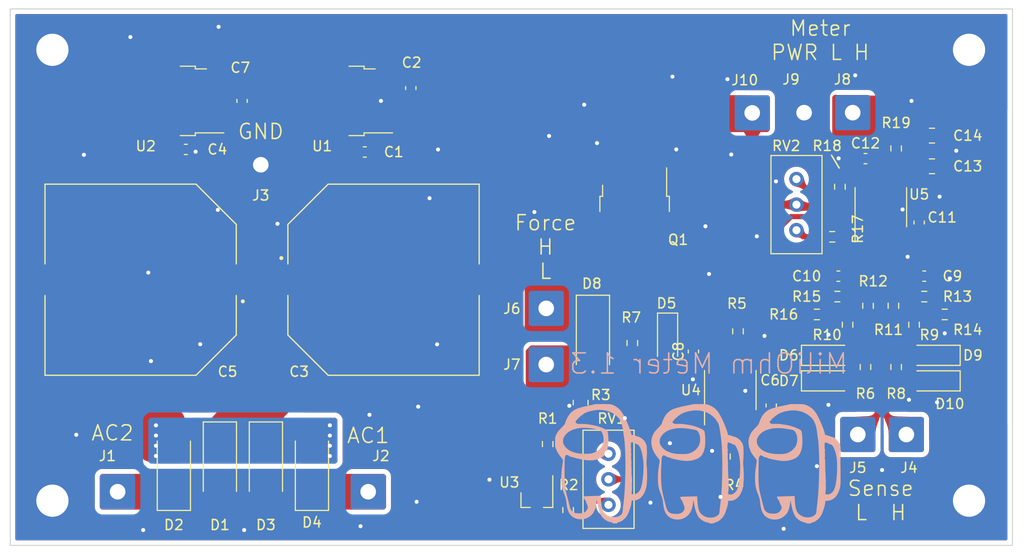
<source format=kicad_pcb>
(kicad_pcb (version 20240108) (generator "pcbnew") (generator_version "8.0")
  (title_block (title "Miliohmmeter") (date "2022-11-01") (rev "1.3") (company "ME"))
  (layers (0 "F.Cu" signal) (31 "B.Cu" signal) (34 "B.Paste" user) (35 "F.Paste" user) (36 "B.SilkS" user "B.Silkscreen") (37 "F.SilkS" user "F.Silkscreen") (38 "B.Mask" user) (39 "F.Mask" user) (44 "Edge.Cuts" user))
  (net 0 "")
  (net 1 "/V_IN+")
  (net 2 "GND")
  (net 3 "VCC")
  (net 4 "/V_IN-")
  (net 5 "VSS")
  (net 6 "Net-(C9-Pad1)")
  (net 7 "Net-(C10-Pad1)")
  (net 8 "Net-(C10-Pad2)")
  (net 9 "Net-(C13-Pad1)")
  (net 10 "Net-(D1-Pad2)")
  (net 11 "Net-(D3-Pad2)")
  (net 12 "Net-(D5-Pad1)")
  (net 13 "Net-(D5-Pad2)")
  (net 14 "Net-(D6-Pad1)")
  (net 15 "Net-(D6-Pad2)")
  (net 16 "Net-(D8-Pad1)")
  (net 17 "Net-(D10-Pad1)")
  (net 18 "Net-(D9-Pad2)")
  (net 19 "Net-(R1-Pad2)")
  (net 20 "Net-(R2-Pad1)")
  (net 21 "Net-(R4-Pad1)")
  (net 22 "Net-(R4-Pad2)")
  (net 23 "Net-(R5-Pad1)")
  (net 24 "Net-(R11-Pad1)")
  (net 25 "Net-(R10-Pad2)")
  (net 26 "Net-(R13-Pad2)")
  (net 27 "Net-(R15-Pad2)")
  (net 28 "Net-(R17-Pad1)")
  (net 29 "Net-(R17-Pad2)")
  (net 30 "Net-(R18-Pad1)")
  (net 31 "Net-(R18-Pad2)")
  (footprint "Diode_SMD:D_SMA_Handsoldering" (layer "F.Cu") (at 121.158 116.586 -90)
    (property "Reference" "D1")
    (property "Value" "D")
  )
  (footprint "Capacitor_SMD:C_0603_1608Metric_Pad1.08x0.95mm_HandSolder" (layer "F.Cu") (at 185.293 86.0044 180)
    (property "Reference" "C12")
    (property "Value" "100n")
  )
  (footprint "Diode_SMD:D_SMA_Handsoldering" (layer "F.Cu") (at 116.586 116.586 90)
    (property "Reference" "D2")
    (property "Value" "D")
  )
  (footprint "Resistor_SMD:R_0603_1608Metric_Pad0.98x0.95mm_HandSolder" (layer "F.Cu") (at 155.754404 120.945948 -90)
    (property "Reference" "R2")
    (property "Value" "1k")
  )
  (footprint "Resistor_SMD:R_0603_1608Metric_Pad0.98x0.95mm_HandSolder" (layer "F.Cu") (at 190.119 102.5144 90)
    (property "Reference" "R9")
    (property "Value" "10k")
  )
  (footprint "Diode_SMD:D_MiniMELF" (layer "F.Cu") (at 165.6334 103.9114 -90)
    (property "Reference" "D5")
    (property "Value" "BZV55B13")
  )
  (footprint "Resistor_SMD:R_0603_1608Metric_Pad0.98x0.95mm_HandSolder" (layer "F.Cu") (at 172.626404 103.178698 90)
    (property "Reference" "R5")
    (property "Value" "1k")
  )
  (footprint "Package_SO:SOIC-8_3.9x4.9mm_P1.27mm" (layer "F.Cu") (at 171.864404 109.020698 90)
    (property "Reference" "U4")
    (property "Value" "OP07")
  )
  (footprint "Capacitor_SMD:C_0603_1608Metric_Pad1.08x0.95mm_HandSolder" (layer "F.Cu") (at 191.135 97.6884)
    (property "Reference" "C9")
    (property "Value" "100n")
  )
  (footprint "Resistor_SMD:R_0603_1608Metric_Pad0.98x0.95mm_HandSolder" (layer "F.Cu") (at 180.467 101.4984 180)
    (property "Reference" "R16")
    (property "Value" "Rtrim")
  )
  (footprint "Package_TO_SOT_SMD:TO-252-2" (layer "F.Cu") (at 116.249 80.263 180)
    (property "Reference" "U2")
    (property "Value" "L7912")
  )
  (footprint "Connector_Wire:SolderWire-0.75sqmm_1x01_D1.25mm_OD3.5mm" (layer "F.Cu") (at 189.357 113.4364 90)
    (property "Reference" "J4")
    (property "Value" "CC_SENSE_H")
  )
  (footprint "Connector_Wire:SolderWire-0.75sqmm_1x01_D1.25mm_OD3.5mm" (layer "F.Cu") (at 125.222 86.614 90)
    (property "Reference" "J3")
    (property "Value" "AC_GND")
  )
  (footprint "Diode_SMD:D_SMA_Handsoldering" (layer "F.Cu") (at 125.73 116.586 -90)
    (property "Reference" "D3")
    (property "Value" "D")
  )
  (footprint "Resistor_SMD:R_0603_1608Metric_Pad0.98x0.95mm_HandSolder" (layer "F.Cu") (at 193.167 101.4984)
    (property "Reference" "R14")
    (property "Value" "Rtrim")
  )
  (footprint "Resistor_SMD:R_0603_1608Metric_Pad0.98x0.95mm_HandSolder" (layer "F.Cu") (at 183.515 102.5144 90)
    (property "Reference" "R10")
    (property "Value" "10k")
  )
  (footprint "Diode_SMD:D_MiniMELF" (layer "F.Cu") (at 181.483 108.1024)
    (property "Reference" "D7")
    (property "Value" "BZV55B13")
  )
  (footprint "Diode_SMD:D_SMA_Handsoldering" (layer "F.Cu") (at 158.2166 103.9876 -90)
    (property "Reference" "D8")
    (property "Value" "D")
  )
  (footprint "Connector_Wire:SolderWire-0.75sqmm_1x01_D1.25mm_OD3.5mm" (layer "F.Cu") (at 110.998 119.126 90)
    (property "Reference" "J1")
    (property "Value" "AC_1")
  )
  (footprint "Resistor_SMD:R_0603_1608Metric_Pad0.98x0.95mm_HandSolder" (layer "F.Cu") (at 182.753 88.7984 90)
    (property "Reference" "R18")
    (property "Value" "22k")
  )
  (footprint "Resistor_SMD:R_0603_1608Metric_Pad0.98x0.95mm_HandSolder" (layer "F.Cu") (at 188.341 84.9884 90)
    (property "Reference" "R19")
    (property "Value" "1k")
  )
  (footprint "Resistor_SMD:R_0603_1608Metric_Pad0.98x0.95mm_HandSolder" (layer "F.Cu") (at 188.066352 100.634336 90)
    (property "Reference" "R11")
    (property "Value" "Rtrim")
  )
  (footprint "Resistor_SMD:R_0603_1608Metric_Pad0.98x0.95mm_HandSolder" (layer "F.Cu") (at 162.1282 104.3432 -90)
    (property "Reference" "R7")
    (property "Value" "100k")
  )
  (footprint "Connector_Wire:SolderWire-0.75sqmm_1x01_D1.25mm_OD3.5mm" (layer "F.Cu") (at 184.023 81.4324 90)
    (property "Reference" "J8")
    (property "Value" "METER_H")
  )
  (footprint "Diode_SMD:D_MiniMELF" (layer "F.Cu") (at 192.151 108.1024 180)
    (property "Reference" "D10")
    (property "Value" "BZV55B13")
  )
  (footprint "Capacitor_SMD:C_0603_1608Metric_Pad1.08x0.95mm_HandSolder" (layer "F.Cu") (at 190.627 92.3544 90)
    (property "Reference" "C11")
    (property "Value" "100n")
  )
  (footprint "Capacitor_SMD:C_0603_1608Metric_Pad1.08x0.95mm_HandSolder" (layer "F.Cu") (at 117.773 85.089 180)
    (property "Reference" "C4")
    (property "Value" "100n")
  )
  (footprint "Capacitor_SMD:C_0805_2012Metric_Pad1.18x1.45mm_HandSolder" (layer "F.Cu") (at 191.897 83.7184)
    (property "Reference" "C14")
    (property "Value" "470n")
  )
  (footprint "Package_TO_SOT_SMD:TO-252-2" (layer "F.Cu") (at 162.358404 92.222698 -90)
    (property "Reference" "Q1")
    (property "Value" "IRF540N")
  )
  (footprint "Connector_Wire:SolderWire-0.75sqmm_1x01_D1.25mm_OD3.5mm" (layer "F.Cu") (at 174.0408 81.4578 -90)
    (property "Reference" "J10")
    (property "Value" "METER_SUP")
  )
  (footprint "Connector_Wire:SolderWire-0.75sqmm_1x01_D1.25mm_OD3.5mm" (layer "F.Cu") (at 153.576404 100.892698 90)
    (property "Reference" "J6")
    (property "Value" "CC_OUT_H")
  )
  (footprint "EEETP1J102M:CAP_EEETP1J102M" (layer "F.Cu") (at 113.284 98.044 180)
    (property "Reference" "C5")
    (property "Value" "100u")
  )
  (footprint "Resistor_SMD:R_0603_1608Metric_Pad0.98x0.95mm_HandSolder" (layer "F.Cu") (at 153.722404 114.388698 -90)
    (property "Reference" "R1")
    (property "Value" "1k")
  )
  (footprint "Capacitor_SMD:C_0603_1608Metric_Pad1.08x0.95mm_HandSolder" (layer "F.Cu") (at 135.553 85.343 180)
    (property "Reference" "C1")
    (property "Value" "100n")
  )
  (footprint "EEETP1J102M:CAP_EEETP1J102M" (layer "F.Cu") (at 137.414 98.044)
    (property "Reference" "C3")
    (property "Value" "100u")
  )
  (footprint "Resistor_SMD:R_0603_1608Metric_Pad0.98x0.95mm_HandSolder" (layer "F.Cu") (at 188.341 106.7289 -90)
    (property "Reference" "R8")
    (property "Value" "100k")
  )
  (footprint "Capacitor_SMD:C_0603_1608Metric_Pad1.08x0.95mm_HandSolder" (layer "F.Cu") (at 182.5995 97.6884 180)
    (property "Reference" "C10")
    (property "Value" "100n")
  )
  (footprint "Diode_SMD:D_MiniMELF" (layer "F.Cu") (at 181.483 105.5624)
    (property "Reference" "D6")
    (property "Value" "BZV55B13")
  )
  (footprint "Resistor_SMD:R_0603_1608Metric_Pad0.98x0.95mm_HandSolder" (layer "F.Cu") (at 172.372404 115.624698 90)
    (property "Reference" "R4")
    (property "Value" "1k")
  )
  (footprint "Package_TO_SOT_SMD:TO-252-2" (layer "F.Cu") (at 133.013 80.263 180)
    (property "Reference" "U1")
    (property "Value" "L7812")
  )
  (footprint "Package_SO:SOIC-8_3.9x4.9mm_P1.27mm" (layer "F.Cu") (at 186.817 90.8304 90)
    (property "Reference" "U5")
    (property "Value" "OP07")
  )
  (footprint "Resistor_SMD:R_0603_1608Metric_Pad0.98x0.95mm_HandSolder" (layer "F.Cu") (at 181.991 93.7768)
    (property "Reference" "R17")
    (property "Value" "22k")
  )
  (footprint "Connector_Wire:SolderWire-0.75sqmm_1x01_D1.25mm_OD3.5mm" (layer "F.Cu") (at 135.89 119.126 90)
    (property "Reference" "J2")
    (property "Value" "AC_2")
  )
  (footprint "Resistor_SMD:R_0603_1608Metric_Pad0.98x0.95mm_HandSolder" (layer "F.Cu") (at 191.135 99.7204)
    (property "Reference" "R13")
    (property "Value" "100k")
  )
  (footprint "Potentiometer_THT:Potentiometer_Bourns_3296W_Vertical" (layer "F.Cu") (at 178.435 88.0364 90)
    (property "Reference" "RV2")
    (property "Value" "10k")
  )
  (footprint "Diode_SMD:D_MiniMELF" (layer "F.Cu") (at 192.151 105.5624 180)
    (property "Reference" "D9")
    (property "Value" "BZV55B13")
  )
  (footprint "Capacitor_SMD:C_0603_1608Metric_Pad1.08x0.95mm_HandSolder" (layer "F.Cu") (at 123.361 80.263 90)
    (property "Reference" "C7")
    (property "Value" "100n")
  )
  (footprint "Resistor_SMD:R_0603_1608Metric_Pad0.98x0.95mm_HandSolder" (layer "F.Cu") (at 185.293 106.7289 -90)
    (property "Reference" "R6")
    (property "Value" "100k")
  )
  (footprint "Potentiometer_THT:Potentiometer_Bourns_3296W_Vertical" (layer "F.Cu") (at 159.761654 115.347948 90)
    (property "Reference" "RV1")
    (property "Value" "100k")
  )
  (footprint "Diode_SMD:D_SMA_Handsoldering" (layer "F.Cu") (at 130.302 116.586 90)
    (property "Reference" "D4")
    (property "Value" "D")
  )
  (footprint "Capacitor_SMD:C_0603_1608Metric_Pad1.08x0.95mm_HandSolder" (layer "F.Cu") (at 168.1988 105.1814 -90)
    (property "Reference" "C8")
    (property "Value" "100n")
  )
  (footprint "Package_TO_SOT_SMD:SOT-23_Handsoldering" (layer "F.Cu") (at 152.649654 119.929948 -90)
    (property "Reference" "U3")
    (property "Value" "TL431DBZ")
  )
  (footprint "Connector_Wire:SolderWire-0.75sqmm_1x01_D1.25mm_OD3.5mm" (layer "F.Cu") (at 184.531 113.4364 90)
    (property "Reference" "J5")
    (property "Value" "CC_SENSE L")
  )
  (footprint "Connector_Wire:SolderWire-0.75sqmm_1x01_D1.25mm_OD3.5mm" (layer "F.Cu") (at 153.576404 106.480698 90)
    (property "Reference" "J7")
    (property "Value" "CC_OUT_L")
  )
  (footprint "Capacitor_SMD:C_0603_1608Metric_Pad1.08x0.95mm_HandSolder" (layer "F.Cu") (at 140.125 78.993 -90)
    (property "Reference" "C2")
    (property "Value" "100n")
  )
  (footprint "Connector_Wire:SolderWire-0.75sqmm_1x01_D1.25mm_OD3.5mm" (layer "F.Cu") (at 179.197 81.4324 90)
    (property "Reference" "J9")
    (property "Value" "METER_L")
  )
  (footprint "Capacitor_SMD:C_0805_2012Metric_Pad1.18x1.45mm_HandSolder" (layer "F.Cu") (at 191.897 86.7664)
    (property "Reference" "C13")
    (property "Value" "470n")
  )
  (footprint "Resistor_SMD:R_0603_1608Metric_Pad0.98x0.95mm_HandSolder" (layer "F.Cu") (at 182.499 99.7204 180)
    (property "Reference" "R15")
    (property "Value" "100k")
  )
  (footprint "Resistor_SMD:R_0805_2012Metric_Pad1.20x1.40mm_HandSolder" (layer "F.Cu") (at 156.9974 110.2614 -90)
    (property "Reference" "R3")
    (property "Value" "10R")
  )
  (footprint "Resistor_SMD:R_0603_1608Metric_Pad0.98x0.95mm_HandSolder" (layer "F.Cu") (at 185.547 100.634336 90)
    (property "Reference" "R12")
    (property "Value" "Rtrim")
  )
  (footprint "Capacitor_SMD:C_0603_1608Metric_Pad1.08x0.95mm_HandSolder" (layer "F.Cu") (at 175.928404 110.544698 90)
    (property "Reference" "C6")
    (property "Value" "100n")
  )
  (footprint "LOGO" (layer "B.Cu") (at 168.656 116.332 180)
    (property "Reference" "G***" (hide yes))
    (property "Value" "LOGO" (hide yes))
  )
  (gr_line (start 181.919 85.665) (end 182.681 86.935) (stroke (width 0.15)) (layer "F.SilkS"))
  (gr_rect (start 100.33 71.12) (end 199.898 124.46) (stroke (width 0.1)) (fill none) (layer "Edge.Cuts"))
  (gr_text "MiliOhm Meter 1.3\n" (at 169.7 106.4 -0) (layer "B.SilkS") (effects (font (size 2 2)) (justify mirror)))
  (gr_text "Sense\nL  H" (at 186.8 120 0) (layer "F.SilkS") (effects (font (size 1.5 1.5))))
  (gr_text "GND" (at 125.222 83.312 0) (layer "F.SilkS") (effects (font (size 1.5 1.5))))
  (gr_text "Force\nH\nL" (at 153.5 94.8 0) (layer "F.SilkS") (effects (font (size 1.5 1.5))))
  (gr_text "AC2" (at 110.49 113.284 0) (layer "F.SilkS") (effects (font (size 1.5 1.5))))
  (gr_text "AC1" (at 135.89 113.538 0) (layer "F.SilkS") (effects (font (size 1.5 1.5))))
  (gr_text "Meter\nPWR L H" (at 180.7972 74.2442 0) (layer "F.SilkS") (effects (font (size 1.5 1.5))))
  (via (at 180.467 116.586) (size 0.8) (drill 0.4) (layers "F.Cu" "B.Cu") (net 2))
  (via (at 106.890467 113.461939) (size 0.8) (drill 0.4) (layers "F.Cu" "B.Cu") (net 2))
  (via (at 114.045194 97.33308) (size 0.8) (drill 0.4) (layers "F.Cu" "B.Cu") (net 2))
  (via (at 140.860415 110.664641) (size 0.8) (drill 0.4) (layers "F.Cu" "B.Cu") (net 2))
  (via (at 169.752603 97.472443) (size 0.8) (drill 0.4) (layers "F.Cu" "B.Cu") (net 2))
  (via (at 189.865 80.264) (size 0.8) (drill 0.4) (layers "F.Cu" "B.Cu") (net 2))
  (via (at 114.309363 106.133851) (size 0.8) (drill 0.4) (layers "F.Cu" "B.Cu") (net 2))
  (via (at 189.611 109.982) (size 0.8) (drill 0.4) (layers "F.Cu" "B.Cu") (net 2))
  (via (at 120.953707 91.09599) (size 0.8) (drill 0.4) (layers "F.Cu" "B.Cu") (net 2))
  (via (at 142.733697 104.465713) (size 0.8) (drill 0.4) (layers "F.Cu" "B.Cu") (net 2))
  (via (at 192.405 110.236) (size 0.8) (drill 0.4) (layers "F.Cu" "B.Cu") (net 2))
  (via (at 113.538 122.936) (size 0.8) (drill 0.4) (layers "F.Cu" "B.Cu") (net 2))
  (via (at 137.16 80.264) (size 0.8) (drill 0.4) (layers "F.Cu" "B.Cu") (net 2))
  (via (at 153.861871 83.751948) (size 0.8) (drill 0.4) (layers "F.Cu" "B.Cu") (net 2))
  (via (at 170.887746 119.643386) (size 0.8) (drill 0.4) (layers "F.Cu" "B.Cu") (net 2))
  (via (at 192.659 89.789) (size 0.8) (drill 0.4) (layers "F.Cu" "B.Cu") (net 2))
  (via (at 168.148 107.95) (size 0.8) (drill 0.4) (layers "F.Cu" "B.Cu") (net 2))
  (via (at 157.353 80.645) (size 0.8) (drill 0.4) (layers "F.Cu" "B.Cu") (net 2))
  (via (at 181.61 103.505) (size 0.8) (drill 0.4) (layers "F.Cu" "B.Cu") (net 2))
  (via (at 121.031 72.898) (size 0.8) (drill 0.4) (layers "F.Cu" "B.Cu") (net 2))
  (via (at 166.497 85.09) (size 0.8) (drill 0.4) (layers "F.Cu" "B.Cu") (net 2))
  (via (at 176.403 88.265) (size 0.8) (drill 0.4) (layers "F.Cu" "B.Cu") (net 2))
  (via (at 107.649235 85.626685) (size 0.8) (drill 0.4) (layers "F.Cu" "B.Cu") (net 2))
  (via (at 195.58 120.015) (size 6) (drill 3.2) (layers "F.Cu" "B.Cu") (net 2))
  (via (at 182.626 85.979) (size 0.8) (drill 0.4) (layers "F.Cu" "B.Cu") (net 2))
  (via (at 126.879212 92.479316) (size 0.8) (drill 0.4) (layers "F.Cu" "B.Cu") (net 2))
  (via (at 188.976 91.059) (size 0.8) (drill 0.4) (layers "F.Cu" "B.Cu") (net 2))
  (via (at 123.571 122.936) (size 0.8) (drill 0.4) (layers "F.Cu" "B.Cu") (net 2))
  (via (at 169.394703 92.729231) (size 0.8) (drill 0.4) (layers "F.Cu" "B.Cu") (net 2))
  (via (at 155.872129 110.580889) (size 0.8) (drill 0.4) (layers "F.Cu" "B.Cu") (net 2))
  (via (at 181.61 110.49) (size 0.8) (drill 0.4) (layers "F.Cu" "B.Cu") (net 2))
  (via (at 177.165 122.809) (size 0.8) (drill 0.4) (layers "F.Cu" "B.Cu") (net 2))
  (via (at 189.484 95.758) (size 0.8) (drill 0.4) (layers "F.Cu" "B.Cu") (net 2))
  (via (at 171.577 78.105) (size 0.8) (drill 0.4) (layers "F.Cu" "B.Cu") (net 2))
  (via (at 193.167 103.378) (size 0.8) (drill 0.4) (layers "F.Cu" "B.Cu") (net 2))
  (via (at 152.4 91.313) (size 0.8) (drill 0.4) (layers "F.Cu" "B.Cu") (net 2))
  (via (at 118.748452 85.315666) (size 0.8) (drill 0.4) (layers "F.Cu" "B.Cu") (net 2))
  (via (at 158.623 84.455) (size 0.8) (drill 0.4) (layers "F.Cu" "B.Cu") (net 2))
  (via (at 119.202069 104.455799) (size 0.8) (drill 0.4) (layers "F.Cu" "B.Cu") (net 2))
  (via (at 135.128 122.555) (size 0.8) (drill 0.4) (layers "F.Cu" "B.Cu") (net 2))
  (via (at 136.019773 111.476039) (size 0.8) (drill 0.4) (layers "F.Cu" "B.Cu") (net 2))
  (via (at 170.053 115.062) (size 0.8) (drill 0.4) (layers "F.Cu" "B.Cu") (net 2))
  (via (at 147.938075 117.929635) (size 0.8) (drill 0.4) (layers "F.Cu" "B.Cu") (net 2))
  (via (at 186.944 116.967) (size 0.8) (drill 0.4) (layers "F.Cu" "B.Cu") (net 2))
  (via (at 112.268 73.914) (size 0.8) (drill 0.4) (layers "F.Cu" "B.Cu") (net 2))
  (via (at 104.521 75.184) (size 6) (drill 3.2) (layers "F.Cu" "B.Cu") (net 2))
  (via (at 140.700087 120.122202) (size 0.8) (drill 0.4) (layers "F.Cu" "B.Cu") (net 2))
  (via (at 174.498 93.726) (size 0.8) (drill 0.4) (layers "F.Cu" "B.Cu") (net 2))
  (via (at 194.31 85.217) (size 0.8) (drill 0.4) (layers "F.Cu" "B.Cu") (net 2))
  (via (at 141.981009 89.938645) (size 0.8) (drill 0.4) (layers "F.Cu" "B.Cu") (net 2))
  (via (at 142.831088 85.09632) (size 0.8) (drill 0.4) (layers "F.Cu" "B.Cu") (net 2))
  (via (at 165.862 114.3) (size 0.8) (drill 0.4) (layers "F.Cu" "B.Cu") (net 2))
  (via (at 184.277 77.724) (size 0.8) (drill 0.4) (layers "F.Cu" "B.Cu") (net 2))
  (via (at 193.675 97.917) (size 0.8) (drill 0.4) (layers "F.Cu" "B.Cu") (net 2))
  (via (at 166.116 77.851) (size 0.8) (drill 0.4) (layers "F.Cu" "B.Cu") (net 2))
  (via (at 161.385774 111.80923) (size 0.8) (drill 0.4) (layers "F.Cu" "B.Cu") (net 2))
  (via (at 195.58 75.184) (size 6) (drill 3.2) (layers "F.Cu" "B.Cu") (net 2))
  (via (at 175.261083 103.634612) (size 0.8) (drill 0.4) (layers "F.Cu" "B.Cu") (net 2))
  (via (at 171.958 85.598) (size 0.8) (drill 0.4) (layers "F.Cu" "B.Cu") (net 2))
  (via (at 173.355 109.093) (size 0.8) (drill 0.4) (layers "F.Cu" "B.Cu") (net 2))
  (via (at 163.934699 120.210628) (size 0.8) (drill 0.4) (layers "F.Cu" "B.Cu") (net 2))
  (via (at 104.521 120.015) (size 6) (drill 3.2) (layers "F.Cu" "B.Cu") (net 2))
  (segment (start 174.0408 88.7984) (end 174.0408 81.4578) (width 0.762) (layer "F.Cu") (net 3))
  (segment (start 178.689 90.8304) (end 178.435 90.5764) (width 0.508) (layer "F.Cu") (net 3))
  (segment (start 178.6382 90.7796) (end 178.435 90.5764) (width 0.508) (layer "F.Cu") (net 3))
  (segment (start 162.358404 95.581804) (end 163.6776 96.901) (width 0.762) (layer "F.Cu") (net 3))
  (segment (start 185.0898 90.7796) (end 178.6382 90.7796) (width 0.762) (layer "F.Cu") (net 3))
  (segment (start 186.182 88.3554) (end 186.182 86.0309) (width 0.762) (layer "F.Cu") (net 3))
  (segment (start 151.753998 113.476198) (end 149.352 111.0742) (width 0.508) (layer "F.Cu") (net 3))
  (segment (start 186.182 89.6874) (end 185.0898 90.7796) (width 0.762) (layer "F.Cu") (net 3))
  (segment (start 171.229404 105.011604) (end 171.229404 106.545698) (width 0.762) (layer "F.Cu") (net 3))
  (segment (start 149.8093 78.1305) (end 140.125 78.1305) (width 0.508) (layer "F.Cu") (net 3))
  (segment (start 153.722404 113.476198) (end 151.753998 113.476198) (width 0.508) (layer "F.Cu") (net 3))
  (segment (start 186.182 86.0309) (end 186.1555 86.0044) (width 0.762) (layer "F.Cu") (net 3))
  (segment (start 149.352 111.0742) (end 149.352 78.5878) (width 0.508) (layer "F.Cu") (net 3))
  (segment (start 162.358404 94.322698) (end 162.358404 95.581804) (width 0.762) (layer "F.Cu") (net 3))
  (segment (start 163.6776 96.901) (end 163.6776 102.9716) (width 0.762) (layer "F.Cu") (net 3))
  (segment (start 149.352 78.5878) (end 149.8093 78.1305) (width 0.508) (layer "F.Cu") (net 3))
  (segment (start 164.719 104.013) (end 170.2308 104.013) (width 0.762) (layer "F.Cu") (net 3))
  (segment (start 163.6776 102.9716) (end 164.719 104.013) (width 0.762) (layer "F.Cu") (net 3))
  (segment (start 178.435 90.5764) (end 175.8188 90.5764) (width 0.762) (layer "F.Cu") (net 3))
  (segment (start 186.182 88.3554) (end 186.182 89.6874) (width 0.762) (layer "F.Cu") (net 3))
  (segment (start 170.2308 104.013) (end 171.229404 105.011604) (width 0.762) (layer "F.Cu") (net 3))
  (segment (start 175.8188 90.5764) (end 174.0408 88.7984) (width 0.762) (layer "F.Cu") (net 3))
  (via (at 114.808 113.538) (size 0.8) (drill 0.4) (layers "F.Cu" "B.Cu") (net 4))
  (via (at 132.08 113.538) (size 0.8) (drill 0.4) (layers "F.Cu" "B.Cu") (net 4))
  (via (at 114.808 112.522) (size 0.8) (drill 0.4) (layers "F.Cu" "B.Cu") (net 4))
  (via (at 132.08 115.57) (size 0.8) (drill 0.4) (layers "F.Cu" "B.Cu") (net 4))
  (via (at 132.08 114.554) (size 0.8) (drill 0.4) (layers "F.Cu" "B.Cu") (net 4))
  (via (at 132.08 112.522) (size 0.8) (drill 0.4) (layers "F.Cu" "B.Cu") (net 4))
  (via (at 114.808 114.554) (size 0.8) (drill 0.4) (layers "F.Cu" "B.Cu") (net 4))
  (via (at 114.808 115.57) (size 0.8) (drill 0.4) (layers "F.Cu" "B.Cu") (net 4))
  (segment (start 190.2725 97.6884) (end 190.2725 99.6704) (width 0.508) (layer "F.Cu") (net 6))
  (segment (start 187.452 93.3054) (end 187.452 96.2914) (width 0.508) (layer "F.Cu") (net 6))
  (segment (start 190.221064 99.721836) (end 190.2225 99.7204) (width 0.508) (layer "F.Cu") (net 6))
  (segment (start 190.2725 99.6704) (end 190.2225 99.7204) (width 0.508) (layer "F.Cu") (net 6))
  (segment (start 187.452 96.2914) (end 188.849 97.6884) (width 0.508) (layer "F.Cu") (net 6))
  (segment (start 188.849 97.6884) (end 190.2725 97.6884) (width 0.508) (layer "F.Cu") (net 6))
  (segment (start 188.066352 99.721836) (end 190.221064 99.721836) (width 0.508) (layer "F.Cu") (net 6))
  (segment (start 183.462 99.6699) (end 183.4115 99.7204) (width 0.508) (layer "F.Cu") (net 7))
  (segment (start 184.785 97.6884) (end 186.182 96.2914) (width 0.508) (layer "F.Cu") (net 7))
  (segment (start 183.462 97.6884) (end 183.462 99.6699) (width 0.508) (layer "F.Cu") (net 7))
  (segment (start 183.462 97.6884) (end 184.785 97.6884) (width 0.508) (layer "F.Cu") (net 7))
  (segment (start 186.182 96.2914) (end 186.182 93.3054) (width 0.508) (layer "F.Cu") (net 7))
  (segment (start 185.547 99.721836) (end 183.412936 99.721836) (width 0.508) (layer "F.Cu") (net 7))
  (segment (start 183.412936 99.721836) (end 183.4115 99.7204) (width 0.508) (layer "F.Cu") (net 7))
  (segment (start 179.5545 98.6009) (end 180.467 97.6884) (width 0.508) (layer "F.Cu") (net 8))
  (segment (start 180.467 97.6884) (end 181.737 97.6884) (width 0.508) (layer "F.Cu") (net 8))
  (segment (start 187.452 86.7899) (end 188.341 85.9009) (width 0.508) (layer "F.Cu") (net 8))
  (segment (start 176.911 97.1804) (end 178.3315 98.6009) (width 0.508) (layer "F.Cu") (net 8))
  (segment (start 187.452 88.3554) (end 187.452 86.7899) (width 0.508) (layer "F.Cu") (net 8))
  (segment (start 187.452 90.551) (end 186.2328 91.7702) (width 0.508) (layer "F.Cu") (net 8))
  (segment (start 187.452 88.3554) (end 187.452 90.551) (width 0.508) (layer "F.Cu") (net 8))
  (segment (start 178.3315 98.6009) (end 179.5545 98.6009) (width 0.508) (layer "F.Cu") (net 8))
  (segment (start 179.5545 101.4984) (end 179.5545 98.6009) (width 0.508) (layer "F.Cu") (net 8))
  (segment (start 177.9016 91.7702) (end 176.911 92.7608) (width 0.508) (layer "F.Cu") (net 8))
  (segment (start 186.2328 91.7702) (end 177.9016 91.7702) (width 0.508) (layer "F.Cu") (net 8))
  (segment (start 176.911 92.7608) (end 176.911 97.1804) (width 0.508) (layer "F.Cu") (net 8))
  (segment (start 167.184404 99.910698) (end 165.768404 101.326698) (width 0.508) (layer "F.Cu") (net 12))
  (segment (start 166.168404 98.894698) (end 166.168404 89.552698) (width 0.508) (layer "F.Cu") (net 12))
  (segment (start 172.626404 101.034698) (end 171.502404 99.910698) (width 0.508) (layer "F.Cu") (net 12))
  (segment (start 167.184404 99.910698) (end 166.168404 98.894698) (width 0.508) (layer "F.Cu") (net 12))
  (segment (start 171.502404 99.910698) (end 167.184404 99.910698) (width 0.508) (layer "F.Cu") (net 12))
  (segment (start 172.626404 102.266198) (end 172.626404 101.034698) (width 0.508) (layer "F.Cu") (net 12))
  (segment (start 165.768404 101.326698) (end 165.768404 102.190698) (width 0.508) (layer "F.Cu") (net 12))
  (segment (start 166.168404 89.552698) (end 164.638404 88.022698) (width 0.508) (layer "F.Cu") (net 12))
  (segment (start 165.6334 108.2294) (end 165.6334 105.6614) (width 0.508) (layer "F.Cu") (net 13))
  (segment (start 171.229404 111.495698) (end 171.229404 110.730298) (width 0.508) (layer "F.Cu") (net 13))
  (segment (start 170.354106 109.855) (end 167.259 109.855) (width 0.508) (layer "F.Cu") (net 13))
  (segment (start 171.229404 110.730298) (end 170.354106 109.855) (width 0.508) (layer "F.Cu") (net 13))
  (segment (start 167.259 109.855) (end 165.6334 108.2294) (width 0.508) (layer "F.Cu") (net 13))
  (segment (start 179.733 105.5624) (end 179.733 108.1024) (width 0.762) (layer "F.Cu") (net 14))
  (segment (start 186.563 111.4044) (end 186.563 106.8324) (width 0.508) (layer "F.Cu") (net 15))
  (segment (start 183.515 105.2804) (end 183.233 105.5624) (width 0.508) (layer "F.Cu") (net 15))
  (segment (start 185.547 105.8164) (end 185.293 105.8164) (width 0.508) (layer "F.Cu") (net 15))
  (segment (start 183.515 103.4269) (end 183.515 105.2804) (width 0.508) (layer "F.Cu") (net 15))
  (segment (start 185.293 105.8164) (end 183.487 105.8164) (width 0.508) (layer "F.Cu") (net 15))
  (segment (start 183.487 105.8164) (end 183.233 105.5624) (width 0.508) (layer "F.Cu") (net 15))
  (segment (start 184.531 113.4364) (end 186.563 111.4044) (width 0.508) (layer "F.Cu") (net 15))
  (segment (start 186.563 106.8324) (end 185.547 105.8164) (width 0.508) (layer "F.Cu") (net 15))
  (segment (start 193.901 105.5624) (end 193.901 108.1024) (width 0.762) (layer "F.Cu") (net 17))
  (segment (start 190.119 103.4269) (end 190.119 105.2804) (width 0.508) (layer "F.Cu") (net 18))
  (segment (start 190.119 105.2804) (end 190.401 105.5624) (width 0.508) (layer "F.Cu") (net 18))
  (segment (start 187.27052 111.34992) (end 187.27052 106.8324) (width 0.508) (layer "F.Cu") (net 18))
  (segment (start 190.147 105.8164) (end 190.401 105.5624) (width 0.508) (layer "F.Cu") (net 18))
  (segment (start 188.28652 105.8164) (end 188.341 105.8164) (width 0.508) (layer "F.Cu") (net 18))
  (segment (start 187.27052 106.8324) (end 188.28652 105.8164) (width 0.508) (layer "F.Cu") (net 18))
  (segment (start 189.357 113.4364) (end 187.27052 111.34992) (width 0.508) (layer "F.Cu") (net 18))
  (segment (start 188.341 105.8164) (end 190.147 105.8164) (width 0.508) (layer "F.Cu") (net 18))
  (segment (start 153.599654 118.429948) (end 153.599654 115.395448) (width 0.508) (layer "F.Cu") (net 19))
  (segment (start 151.699654 118.429948) (end 153.599654 118.429948) (width 0.762) (layer "F.Cu") (net 19))
  (segment (start 153.599654 115.395448) (end 153.562154 115.357948) (width 0.508) (layer "F.Cu") (net 19))
  (segment (start 153.562154 115.357948) (end 153.572154 115.347948) (width 0.508) (layer "F.Cu") (net 19))
  (segment (start 153.572154 115.347948) (end 159.761654 115.347948) (width 0.508) (layer "F.Cu") (net 19))
  (segment (start 155.697654 120.033448) (end 159.367154 120.033448) (width 0.508) (layer "F.Cu") (net 20))
  (segment (start 159.367154 120.033448) (end 159.761654 120.427948) (width 0.508) (layer "F.Cu") (net 20))
  (segment (start 159.761654 117.887948) (end 171.559154 117.887948) (width 0.508) (layer "F.Cu") (net 21))
  (segment (start 172.372404 117.074698) (end 172.372404 116.537198) (width 0.508) (layer "F.Cu") (net 21))
  (segment (start 171.559154 117.887948) (end 172.372404 117.074698) (width 0.508) (layer "F.Cu") (net 21))
  (segment (start 172.499404 114.585198) (end 172.372404 114.712198) (width 0.508) (layer "F.Cu") (net 22))
  (segment (start 172.499404 111.495698) (end 172.499404 114.585198) (width 0.508) (layer "F.Cu") (net 22))
  (segment (start 172.499404 106.545698) (end 172.499404 104.218198) (width 0.508) (layer "F.Cu") (net 23))
  (segment (start 172.499404 104.218198) (end 172.626404 104.091198) (width 0.508) (layer "F.Cu") (net 23))
  (segment (start 188.066352 101.546836) (end 190.063936 101.546836) (width 0.508) (layer "F.Cu") (net 24))
  (segment (start 190.063936 101.546836) (end 190.119 101.6019) (width 0.508) (layer "F.Cu") (net 24))
  (segment (start 183.515 101.6019) (end 185.491936 101.6019) (width 0.508) (layer "F.Cu") (net 25))
  (segment (start 185.491936 101.6019) (end 185.547 101.546836) (width 0.508) (layer "F.Cu") (net 25))
  (segment (start 192.0475 99.7204) (end 192.0475 101.2914) (width 0.508) (layer "F.Cu") (net 26))
  (segment (start 192.0475 101.2914) (end 192.2545 101.4984) (width 0.508) (layer "F.Cu") (net 26))
  (segment (start 181.5865 99.7204) (end 181.5865 101.4514) (width 0.508) (layer "F.Cu") (net 27))
  (segment (start 181.0785 93.7768) (end 179.0954 93.7768) (width 0.508) (layer "F.Cu") (net 28))
  (segment (start 179.0954 93.7768) (end 178.435 93.1164) (width 0.508) (layer "F.Cu") (net 28))
  (segment (start 184.4425 93.7749) (end 184.912 93.3054) (width 0.508) (layer "F.Cu") (net 29))
  (segment (start 182.753 93.7749) (end 184.4425 93.7749) (width 0.508) (layer "F.Cu") (net 29))
  (segment (start 182.753 89.7109) (end 180.1095 89.7109) (width 0.508) (layer "F.Cu") (net 30))
  (segment (start 180.1095 89.7109) (end 178.435 88.0364) (width 0.508) (layer "F.Cu") (net 30))
  (segment (start 182.753 87.8859) (end 184.4425 87.8859) (width 0.508) (layer "F.Cu") (net 31))
  (segment (start 184.4425 87.8859) (end 184.912 88.3554) (width 0.508) (layer "F.Cu") (net 31))
  (zone (net 15) (net_name "Net-(D6-Pad2)") (layer "F.Cu") (priority 16962) (connect_pads yes (clearance 0)) (min_thickness 0.0254) (fill yes (thermal_gap 0.508) (thermal_bridge_width 0.508))
    (polygon (pts (xy 183.261 104.3204) (xy 183.256356 104.438638) (xy 183.242559 104.539252) (xy 183.219809 104.625119) (xy 183.188307 104.699118) (xy 183.148252 104.764126) (xy 183.099845 104.82302) (xy 183.043287 104.87868) (xy 182.978777 104.933983) (xy 182.906517 104.991807) (xy 182.826706 105.05503) (xy 183.093234 105.855811) (xy 183.882986 105.558191) (xy 183.878976 105.414078) (xy 183.869839 105.289643) (xy 183.856881 105.1792) (xy 183.841409 105.077066) (xy 183.824731 104.977555) (xy 183.808154 104.874984) (xy 183.792985 104.763667) (xy 183.780531 104.63792) (xy 183.7721 104.492059) (xy 183.769 104.3204)))
  )
  (zone (net 18) (net_name "Net-(D9-Pad2)") (layer "F.Cu") (priority 16962) (connect_pads yes (clearance 0)) (min_thickness 0.0254) (fill yes (thermal_gap 0.508) (thermal_bridge_width 0.508))
    (polygon (pts (xy 187.01652 110.800649) (xy 187.033053 111.170432) (xy 187.077929 111.478889) (xy 187.144063 111.740166) (xy 187.224368 111.96841) (xy 187.31176 112.177768) (xy 187.399151 112.382386) (xy 187.479456 112.596412) (xy 187.54559 112.833991) (xy 187.590466 113.109272) (xy 187.607 113.4364) (xy 189.975718 114.055118) (xy 189.931306 111.783321) (xy 189.600452 111.69937) (xy 189.264662 111.661264) (xy 188.933302 111.650619) (xy 188.615737 111.649049) (xy 188.321333 111.63817) (xy 188.059455 111.599595) (xy 187.839469 111.514941) (xy 187.670741 111.365822) (xy 187.562636 111.133853) (xy 187.52452 110.800649)))
  )
  (zone (net 3) (net_name "VCC") (layer "F.Cu") (priority 16962) (connect_pads yes (clearance 0)) (min_thickness 0.0254) (fill yes (thermal_gap 0.508) (thermal_bridge_width 0.508))
    (polygon (pts (xy 152.777404 113.730198) (xy 152.882941 113.731553) (xy 152.973991 113.73579) (xy 153.05334 113.743159) (xy 153.123777 113.753914) (xy 153.188089 113.768307) (xy 153.249065 113.786592) (xy 153.309491 113.809021) (xy 153.372157 113.835846) (xy 153.439849 113.867321) (xy 153.515357 113.903698) (xy 153.959904 113.476198) (xy 153.515357 113.048698) (xy 153.439849 113.085074) (xy 153.372157 113.116549) (xy 153.309491 113.143374) (xy 153.249065 113.165803) (xy 153.188089 113.184088) (xy 153.123777 113.198481) (xy 153.05334 113.209236) (xy 152.973991 113.216605) (xy 152.882941 113.220842) (xy 152.777404 113.222198)))
  )
  (zone (net 30) (net_name "Net-(R18-Pad1)") (layer "F.Cu") (priority 16962) (connect_pads yes (clearance 0)) (min_thickness 0.0254) (fill yes (thermal_gap 0.508) (thermal_bridge_width 0.508))
    (polygon (pts (xy 179.625767 88.867956) (xy 179.51421 88.749126) (xy 179.427726 88.641578) (xy 179.361952 88.542085) (xy 179.312528 88.447419) (xy 179.275093 88.354355) (xy 179.245287 88.259665) (xy 179.218747 88.160123) (xy 179.191114 88.052501) (xy 179.158027 87.933574) (xy 179.115124 87.800114) (xy 178.180442 87.781842) (xy 178.198714 88.716524) (xy 178.332174 88.759427) (xy 178.451101 88.792514) (xy 178.558723 88.820147) (xy 178.658265 88.846687) (xy 178.752955 88.876493) (xy 178.846019 88.913928) (xy 178.940685 88.963352) (xy 179.040178 89.029126) (xy 179.147726 89.11561) (xy 179.266556 89.227167)))
  )
  (zone (net 21) (net_name "Net-(R4-Pad1)") (layer "F.Cu") (priority 16962) (connect_pads yes (clearance 0)) (min_thickness 0.0254) (fill yes (thermal_gap 0.508) (thermal_bridge_width 0.508))
    (polygon (pts (xy 161.191654 117.633948) (xy 161.028746 117.628805) (xy 160.891544 117.61391) (xy 160.774682 117.590067) (xy 160.672795 117.558076) (xy 160.580518 117.51874) (xy 160.492486 117.472861) (xy 160.403332 117.42124) (xy 160.307693 117.364679) (xy 160.200201 117.303981) (xy 160.075494 117.239948) (xy 159.401654 117.887948) (xy 160.075494 118.535948) (xy 160.200201 118.471914) (xy 160.307693 118.411216) (xy 160.403332 118.354655) (xy 160.492486 118.303034) (xy 160.580518 118.257155) (xy 160.672795 118.217819) (xy 160.774682 118.185828) (xy 160.891544 118.161985) (xy 161.028746 118.14709) (xy 161.191654 118.141948)))
  )
  (zone (net 8) (net_name "Net-(C10-Pad2)") (layer "F.Cu") (priority 16962) (connect_pads yes (clearance 0)) (min_thickness 0.0254) (fill yes (thermal_gap 0.508) (thermal_bridge_width 0.508))
    (polygon (pts (xy 179.3005 100.5534) (xy 179.299144 100.658937) (xy 179.294907 100.749987) (xy 179.287538 100.829336) (xy 179.276783 100.899773) (xy 179.26239 100.964085) (xy 179.244105 101.025061) (xy 179.221676 101.085487) (xy 179.194851 101.148153) (xy 179.163376 101.215845) (xy 179.127 101.291353) (xy 179.5545 101.7359) (xy 179.982 101.291353) (xy 179.945623 101.215845) (xy 179.914148 101.148153) (xy 179.887323 101.085487) (xy 179.864894 101.025061) (xy 179.846609 100.964085) (xy 179.832216 100.899773) (xy 179.821461 100.829336) (xy 179.814092 100.749987) (xy 179.809855 100.658937) (xy 179.8085 100.5534)))
  )
  (zone (net 7) (net_name "Net-(C10-Pad1)") (layer "F.Cu") (priority 16962) (connect_pads yes (clearance 0)) (min_thickness 0.0254) (fill yes (thermal_gap 0.508) (thermal_bridge_width 0.508))
    (polygon (pts (xy 184.357936 99.467836) (xy 184.252348 99.466481) (xy 184.161246 99.462243) (xy 184.081846 99.454865) (xy 184.011364 99.444087) (xy 183.947016 99.42965) (xy 183.886018 99.411296) (xy 183.825586 99.388766) (xy 183.762937 99.361801) (xy 183.695285 99.330143) (xy 183.619848 99.293533) (xy 183.174002 99.719677) (xy 183.617244 100.148528) (xy 183.693103 100.112269) (xy 183.761097 100.080911) (xy 183.824027 100.054199) (xy 183.884691 100.031877) (xy 183.945892 100.013689) (xy 184.010428 99.999381) (xy 184.0811 99.988697) (xy 184.160709 99.981381) (xy 184.252054 99.977179) (xy 184.357936 99.975836)))
  )
  (zone (net 26) (net_name "Net-(R13-Pad2)") (layer "F.Cu") (priority 16962) (connect_pads yes (clearance 0)) (min_thickness 0.0254) (fill yes (thermal_gap 0.508) (thermal_bridge_width 0.508))
    (polygon (pts (xy 191.7935 100.5864) (xy 191.793191 100.712519) (xy 191.792341 100.820941) (xy 191.791062 100.915357) (xy 191.789466 100.99946) (xy 191.787665 101.076942) (xy 191.785771 101.151497) (xy 191.783897 101.226817) (xy 191.782156 101.306594) (xy 191.780658 101.394521) (xy 191.779518 101.494291) (xy 192.35617 101.713037) (xy 192.552213 101.128277) (xy 192.500816 101.085469) (xy 192.456012 101.044173) (xy 192.417522 101.002874) (xy 192.385069 100.960055) (xy 192.358373 100.914203) (xy 192.337155 100.863801) (xy 192.321138 100.807335) (xy 192.310042 100.74329) (xy 192.303589 100.670149) (xy 192.3015 100.5864)))
  )
  (zone (net 5) (net_name "VSS") (layer "F.Cu") (priority 1) (connect_pads yes (clearance 0.508)) (min_thickness 0.254) (fill yes (thermal_gap 0.508) (thermal_bridge_width 0.508) (smoothing chamfer) (radius 0.2))
    (polygon (pts (xy 198.755 81.28) (xy 198.628 112.649) (xy 189.611 121.92) (xy 178.435 121.539) (xy 173.609 117.856) (xy 173.609 110.49) (xy 176.403 110.544698) (xy 176.911 111.252) (xy 176.911 116.332) (xy 179.578 118.745) (xy 187.838473 118.750381) (xy 195.204473 111.257381) (xy 195.072 96.139) (xy 193.421 94.488) (xy 188.468 94.361) (xy 188.468 92.329) (xy 193.294 92.456) (xy 195.453 90.677834) (xy 195.453 82.931) (xy 186.438599 76.316957) (xy 125.351599 76.570957) (xy 124.46 77.343) (xy 124.333 79.883) (xy 119.253 79.756) (xy 119.253 76.835) (xy 123.19 73.152) (xy 188.214 73.152)))
  )
  (zone (net 18) (net_name "Net-(D9-Pad2)") (layer "F.Cu") (priority 16962) (connect_pads yes (clearance 0)) (min_thickness 0.0254) (fill yes (thermal_gap 0.508) (thermal_bridge_width 0.508))
    (polygon (pts (xy 190.373 104.3719) (xy 190.374355 104.266362) (xy 190.378592 104.175312) (xy 190.385961 104.095963) (xy 190.396716 104.025526) (xy 190.411109 103.961214) (xy 190.429394 103.900238) (xy 190.451823 103.839812) (xy 190.478648 103.777146) (xy 190.510123 103.709454) (xy 190.5465 103.633947) (xy 190.119 103.1894) (xy 189.6915 103.633947) (xy 189.727876 103.709454) (xy 189.759351 103.777146) (xy 189.786176 103.839812) (xy 189.808605 103.900238) (xy 189.82689 103.961214) (xy 189.841283 104.025526) (xy 189.852038 104.095963) (xy 189.859407 104.175312) (xy 189.863644 104.266362) (xy 189.865 104.3719)))
  )
  (zone (net 18) (net_name "Net-(D9-Pad2)") (layer "F.Cu") (priority 16962) (connect_pads yes (clearance 0)) (min_thickness 0.0254) (fill yes (thermal_gap 0.508) (thermal_bridge_width 0.508))
    (polygon (pts (xy 189.286 105.5624) (xy 189.180462 105.561044) (xy 189.089412 105.556807) (xy 189.010063 105.549438) (xy 188.939626 105.538683) (xy 188.875314 105.52429) (xy 188.814338 105.506005) (xy 188.753912 105.483576) (xy 188.691246 105.456751) (xy 188.623554 105.425276) (xy 188.548047 105.3889) (xy 188.1035 105.8164) (xy 188.548047 106.2439) (xy 188.623554 106.207523) (xy 188.691246 106.176048) (xy 188.753912 106.149223) (xy 188.814338 106.126794) (xy 188.875314 106.108509) (xy 188.939626 106.094116) (xy 189.010063 106.083361) (xy 189.089412 106.075992) (xy 189.180462 106.071755) (xy 189.286 106.0704)))
  )
  (zone (net 15) (net_name "Net-(D6-Pad2)") (layer "F.Cu") (priority 16962) (connect_pads yes (clearance 0)) (min_thickness 0.0254) (fill yes (thermal_gap 0.508) (thermal_bridge_width 0.508))
    (polygon (pts (xy 184.348 106.0704) (xy 184.453537 106.071755) (xy 184.544587 106.075992) (xy 184.623936 106.083361) (xy 184.694373 106.094116) (xy 184.758685 106.108509) (xy 184.819661 106.126794) (xy 184.880087 106.149223) (xy 184.942753 106.176048) (xy 185.010445 106.207523) (xy 185.085953 106.2439) (xy 185.5305 105.8164) (xy 185.085953 105.3889) (xy 185.010445 105.425276) (xy 184.942753 105.456751) (xy 184.880087 105.483576) (xy 184.819661 105.506005) (xy 184.758685 105.52429) (xy 184.694373 105.538683) (xy 184.623936 105.549438) (xy 184.544587 105.556807) (xy 184.453537 105.561044) (xy 184.348 105.5624)))
  )
  (zone (net 3) (net_name "VCC") (layer "F.Cu") (priority 16962) (connect_pads yes (clearance 0)) (min_thickness 0.0254) (fill yes (thermal_gap 0.508) (thermal_bridge_width 0.508))
    (polygon (pts (xy 186.563 86.9559) (xy 186.561884 86.845672) (xy 186.559171 86.745155) (xy 186.555809 86.653488) (xy 186.552747 86.569812) (xy 186.550935 86.493265) (xy 186.551322 86.422989) (xy 186.554856 86.358124) (xy 186.562487 86.297809) (xy 186.575164 86.241184) (xy 186.593837 86.18739) (xy 186.142313 85.767267) (xy 185.740157 86.234866) (xy 185.762961 86.283315) (xy 185.77983 86.335215) (xy 185.791594 86.391244) (xy 185.799087 86.452078) (xy 185.803142 86.518394) (xy 185.804592 86.59087) (xy 185.80427 86.670181) (xy 185.803008 86.757005) (xy 185.80164 86.852019) (xy 185.801 86.9559)))
  )
  (zone (net 4) (net_name "/V_IN-") (layer "F.Cu") (priority 1) (connect_pads yes (clearance 0.508)) (min_thickness 0.254) (fill yes (thermal_gap 0.508) (thermal_bridge_width 0.508) (smoothing chamfer) (radius 0.5))
    (polygon (pts (xy 102.362 105.664) (xy 102.362 96.52) (xy 110.236 84.836) (xy 110.236 76.962) (xy 117.602 76.962) (xy 117.602 85.852) (xy 110.744 96.52) (xy 110.744 104.648) (xy 117.856 111.76) (xy 117.856 116.332) (xy 114.046 116.332)))
  )
  (zone (net 3) (net_name "VCC") (layer "F.Cu") (priority 16962) (connect_pads yes (clearance 0)) (min_thickness 0.0254) (fill yes (thermal_gap 0.508) (thermal_bridge_width 0.508))
    (polygon (pts (xy 164.0586 99.811) (xy 164.092194 99.041861) (xy 164.183379 98.400191) (xy 164.317757 97.85655) (xy 164.480931 97.381493) (xy 164.658502 96.94558) (xy 164.836072 96.519369) (xy 164.999246 96.073417) (xy 165.133624 95.578282) (xy 165.224809 95.004523) (xy 165.258404 94.322698) (xy 161.699964 93.030818) (xy 160.607035 96.634126) (xy 161.039034 96.93715) (xy 161.450411 97.191807) (xy 161.83531 97.417457) (xy 162.18788 97.633459) (xy 162.502268 97.859173) (xy 162.772619 98.113958) (xy 162.993081 98.417173) (xy 163.1578 98.788179) (xy 163.260924 99.246334) (xy 163.2966 99.811)))
  )
  (zone (net 0) (net_name "") (layer "F.Cu") (connect_pads yes (clearance 0)) (min_thickness 0.254)
    (keepout (tracks allowed) (vias allowed) (pads allowed) (copperpour not_allowed) (footprints allowed))
    (fill (thermal_gap 0.508) (thermal_bridge_width 0.508))
    (polygon (pts (xy 120.142 111.506) (xy 117.856 111.506) (xy 117.856 111.252) (xy 120.142 111.252)))
  )
  (zone (net 12) (net_name "Net-(D5-Pad1)") (layer "F.Cu") (priority 16962) (connect_pads yes (clearance 0)) (min_thickness 0.0254) (fill yes (thermal_gap 0.508) (thermal_bridge_width 0.508))
    (polygon (pts (xy 165.659466 88.684549) (xy 165.566837 88.587278) (xy 165.492972 88.499752) (xy 165.434767 88.419266) (xy 165.38912 88.343116) (xy 165.352927 88.268596) (xy 165.323086 88.193003) (xy 165.296493 88.11363) (xy 165.270045 88.027774) (xy 165.24064 87.93273) (xy 165.205174 87.825793) (xy 164.426272 87.810566) (xy 164.441499 88.589468) (xy 164.548436 88.624934) (xy 164.64348 88.654339) (xy 164.729336 88.680787) (xy 164.808709 88.70738) (xy 164.884302 88.737221) (xy 164.958822 88.773414) (xy 165.034972 88.819061) (xy 165.115458 88.877266) (xy 165.202984 88.951131) (xy 165.300255 89.04376)))
  )
  (zone (net 7) (net_name "Net-(C10-Pad1)") (layer "F.Cu") (priority 16962) (connect_pads yes (clearance 0)) (min_thickness 0.0254) (fill yes (thermal_gap 0.508) (thermal_bridge_width 0.508))
    (polygon (pts (xy 186.436 93.8954) (xy 186.435507 93.828652) (xy 186.434319 93.766317) (xy 186.432872 93.708476) (xy 186.431599 93.655208) (xy 186.430937 93.606595) (xy 186.431319 93.562717) (xy 186.433182 93.523654) (xy 186.436959 93.489488) (xy 186.443087 93.460298) (xy 186.452 93.436166) (xy 186.182 93.1554) (xy 185.912 93.436166) (xy 185.920912 93.460298) (xy 185.92704 93.489488) (xy 185.930817 93.523654) (xy 185.93268 93.562717) (xy 185.933062 93.606595) (xy 185.9324 93.655208) (xy 185.931127 93.708476) (xy 185.92968 93.766317) (xy 185.928492 93.828652) (xy 185.928 93.8954)))
  )
  (zone (net 13) (net_name "Net-(D5-Pad2)") (layer "F.Cu") (priority 16962) (connect_pads yes (clearance 0)) (min_thickness 0.0254) (fill yes (thermal_gap 0.508) (thermal_bridge_width 0.508))
    (polygon (pts (xy 165.8874 106.9514) (xy 165.891455 106.805222) (xy 165.903291 106.681509) (xy 165.92241 106.575629) (xy 165.948314 106.482951) (xy 165.980508 106.398842) (xy 166.018492 106.318671) (xy 166.061771 106.237805) (xy 166.109846 106.151614) (xy 166.162222 106.055466) (xy 166.2184 105.944728) (xy 165.6334 105.3364) (xy 165.0484 105.944728) (xy 165.104577 106.055466) (xy 165.156953 106.151614) (xy 165.205028 106.237805) (xy 165.248307 106.318671) (xy 165.286291 106.398842) (xy 165.318485 106.482951) (xy 165.344389 106.575629) (xy 165.363508 106.681509) (xy 165.375344 106.805222) (xy 165.3794 106.9514)))
  )
  (zone (net 31) (net_name "Net-(R18-Pad2)") (layer "F.Cu") (priority 16962) (connect_pads yes (clearance 0)) (min_thickness 0.0254) (fill yes (thermal_gap 0.508) (thermal_bridge_width 0.508))
    (polygon (pts (xy 183.698 87.6319) (xy 183.592462 87.630544) (xy 183.501412 87.626307) (xy 183.422063 87.618938) (xy 183.351626 87.608183) (xy 183.287314 87.59379) (xy 183.226338 87.575505) (xy 183.165912 87.553076) (xy 183.103246 87.526251) (xy 183.035554 87.494776) (xy 182.960047 87.4584) (xy 182.5155 87.8859) (xy 182.960047 88.3134) (xy 183.035554 88.277023) (xy 183.103246 88.245548) (xy 183.165912 88.218723) (xy 183.226338 88.196294) (xy 183.287314 88.178009) (xy 183.351626 88.163616) (xy 183.422063 88.152861) (xy 183.501412 88.145492) (xy 183.592462 88.141255) (xy 183.698 88.1399)))
  )
  (zone (net 17) (net_name "Net-(D10-Pad1)") (layer "F.Cu") (priority 16962) (connect_pads yes (clearance 0)) (min_thickness 0.0254) (fill yes (thermal_gap 0.508) (thermal_bridge_width 0.508))
    (polygon (pts (xy 194.282 106.8524) (xy 194.283128 106.70888) (xy 194.286918 106.584146) (xy 194.293978 106.474724) (xy 194.304915 106.377141) (xy 194.320337 106.287922) (xy 194.340853 106.203595) (xy 194.367069 106.120685) (xy 194.399593 106.03572) (xy 194.439034 105.945225) (xy 194.486 105.845728) (xy 193.901 105.2374) (xy 193.316 105.845728) (xy 193.362965 105.945225) (xy 193.402406 106.03572) (xy 193.43493 106.120685) (xy 193.461146 106.203595) (xy 193.481662 106.287922) (xy 193.497084 106.377141) (xy 193.508021 106.474724) (xy 193.515081 106.584146) (xy 193.518871 106.70888) (xy 193.52 106.8524)))
  )
  (zone (net 12) (net_name "Net-(D5-Pad1)") (layer "F.Cu") (priority 16962) (connect_pads yes (clearance 0)) (min_thickness 0.0254) (fill yes (thermal_gap 0.508) (thermal_bridge_width 0.508))
    (polygon (pts (xy 172.372404 101.321198) (xy 172.371048 101.426735) (xy 172.366811 101.517785) (xy 172.359442 101.597134) (xy 172.348687 101.667571) (xy 172.334294 101.731883) (xy 172.316009 101.792859) (xy 172.29358 101.853285) (xy 172.266755 101.915951) (xy 172.23528 101.983643) (xy 172.198904 102.059151) (xy 172.626404 102.503698) (xy 173.053904 102.059151) (xy 173.017527 101.983643) (xy 172.986052 101.915951) (xy 172.959227 101.853285) (xy 172.936798 101.792859) (xy 172.918513 101.731883) (xy 172.90412 101.667571) (xy 172.893365 101.597134) (xy 172.885996 101.517785) (xy 172.881759 101.426735) (xy 172.880404 101.321198)))
  )
  (zone (net 15) (net_name "Net-(D6-Pad2)") (layer "F.Cu") (priority 16962) (connect_pads yes (clearance 0)) (min_thickness 0.0254) (fill yes (thermal_gap 0.508) (thermal_bridge_width 0.508))
    (polygon (pts (xy 183.769 104.3719) (xy 183.770355 104.266362) (xy 183.774592 104.175312) (xy 183.781961 104.095963) (xy 183.792716 104.025526) (xy 183.807109 103.961214) (xy 183.825394 103.900238) (xy 183.847823 103.839812) (xy 183.874648 103.777146) (xy 183.906123 103.709454) (xy 183.9425 103.633947) (xy 183.515 103.1894) (xy 183.0875 103.633947) (xy 183.123876 103.709454) (xy 183.155351 103.777146) (xy 183.182176 103.839812) (xy 183.204605 103.900238) (xy 183.22289 103.961214) (xy 183.237283 104.025526) (xy 183.248038 104.095963) (xy 183.255407 104.175312) (xy 183.259644 104.266362) (xy 183.261 104.3719)))
  )
  (zone (net 29) (net_name "Net-(R17-Pad2)") (layer "F.Cu") (priority 16962) (connect_pads yes (clearance 0)) (min_thickness 0.0254) (fill yes (thermal_gap 0.508) (thermal_bridge_width 0.508))
    (polygon (pts (xy 183.698 93.5209) (xy 183.592462 93.519544) (xy 183.501412 93.515307) (xy 183.422063 93.507938) (xy 183.351626 93.497183) (xy 183.287314 93.48279) (xy 183.226338 93.464505) (xy 183.165912 93.442076) (xy 183.103246 93.415251) (xy 183.035554 93.383776) (xy 182.960047 93.3474) (xy 182.5155 93.7749) (xy 182.960047 94.2024) (xy 183.035554 94.166023) (xy 183.103246 94.134548) (xy 183.165912 94.107723) (xy 183.226338 94.085294) (xy 183.287314 94.067009) (xy 183.351626 94.052616) (xy 183.422063 94.041861) (xy 183.501412 94.034492) (xy 183.592462 94.030255) (xy 183.698 94.0289)))
  )
  (zone (net 3) (net_name "VCC") (layer "F.Cu") (priority 16962) (connect_pads yes (clearance 0)) (min_thickness 0.0254) (fill yes (thermal_gap 0.508) (thermal_bridge_width 0.508))
    (polygon (pts (xy 174.4218 84.9478) (xy 174.439952 84.541267) (xy 174.491649 84.204736) (xy 174.572748 83.923108) (xy 174.679107 83.681283) (xy 174.806585 83.464162) (xy 174.951041 83.256643) (xy 175.108332 83.043628) (xy 175.274316 82.810017) (xy 175.444853 82.54071) (xy 175.6158 82.220607) (xy 174.0408 80.5828) (xy 172.4658 82.220607) (xy 172.636746 82.54071) (xy 172.807283 82.810017) (xy 172.973267 83.043628) (xy 173.130558 83.256643) (xy 173.275014 83.464162) (xy 173.402492 83.681283) (xy 173.508851 83.923108) (xy 173.58995 84.204736) (xy 173.641647 84.541267) (xy 173.6598 84.9478)))
  )
  (zone (net 13) (net_name "Net-(D5-Pad2)") (layer "F.Cu") (priority 16962) (connect_pads yes (clearance 0)) (min_thickness 0.0254) (fill yes (thermal_gap 0.508) (thermal_bridge_width 0.508))
    (polygon (pts (xy 170.975404 110.905698) (xy 170.975896 110.972445) (xy 170.977084 111.03478) (xy 170.978531 111.092621) (xy 170.979804 111.145889) (xy 170.980466 111.194502) (xy 170.980084 111.23838) (xy 170.978221 111.277443) (xy 170.974444 111.311609) (xy 170.968316 111.340799) (xy 170.959404 111.364932) (xy 171.229404 111.645698) (xy 171.499404 111.364932) (xy 171.490491 111.340799) (xy 171.484363 111.311609) (xy 171.480586 111.277443) (xy 171.478723 111.23838) (xy 171.478341 111.194502) (xy 171.479003 111.145889) (xy 171.480276 111.092621) (xy 171.481723 111.03478) (xy 171.482911 110.972445) (xy 171.483404 110.905698)))
  )
  (zone (net 7) (net_name "Net-(C10-Pad1)") (layer "F.Cu") (priority 16962) (connect_pads yes (clearance 0)) (min_thickness 0.0254) (fill yes (thermal_gap 0.508) (thermal_bridge_width 0.508))
    (polygon (pts (xy 184.407 97.4344) (xy 184.301462 97.433044) (xy 184.210412 97.428807) (xy 184.131063 97.421438) (xy 184.060626 97.410683) (xy 183.996314 97.39629) (xy 183.935338 97.378005) (xy 183.874912 97.355576) (xy 183.812246 97.328751) (xy 183.744554 97.297276) (xy 183.669047 97.2609) (xy 183.2245 97.6884) (xy 183.669047 98.1159) (xy 183.744554 98.079523) (xy 183.812246 98.048048) (xy 183.874912 98.021223) (xy 183.935338 97.998794) (xy 183.996314 97.980509) (xy 184.060626 97.966116) (xy 184.131063 97.955361) (xy 184.210412 97.947992) (xy 184.301462 97.943755) (xy 184.407 97.9424)))
  )
  (zone (net 14) (net_name "Net-(D6-Pad1)") (layer "F.Cu") (priority 16962) (connect_pads yes (clearance 0)) (min_thickness 0.0254) (fill yes (thermal_gap 0.508) (thermal_bridge_width 0.508))
    (polygon (pts (xy 180.114 106.8524) (xy 180.115128 106.70888) (xy 180.118918 106.584146) (xy 180.125978 106.474724) (xy 180.136915 106.377141) (xy 180.152337 106.287922) (xy 180.172853 106.203595) (xy 180.199069 106.120685) (xy 180.231593 106.03572) (xy 180.271034 105.945225) (xy 180.318 105.845728) (xy 179.733 105.2374) (xy 179.148 105.845728) (xy 179.194965 105.945225) (xy 179.234406 106.03572) (xy 179.26693 106.120685) (xy 179.293146 106.203595) (xy 179.313662 106.287922) (xy 179.329084 106.377141) (xy 179.340021 106.474724) (xy 179.347081 106.584146) (xy 179.350871 106.70888) (xy 179.352 106.8524)))
  )
  (zone (net 25) (net_name "Net-(R10-Pad2)") (layer "F.Cu") (priority 16962) (connect_pads yes (clearance 0)) (min_thickness 0.0254) (fill yes (thermal_gap 0.508) (thermal_bridge_width 0.508))
    (polygon (pts (xy 184.46 101.3479) (xy 184.354462 101.346544) (xy 184.263412 101.342307) (xy 184.184063 101.334938) (xy 184.113626 101.324183) (xy 184.049314 101.30979) (xy 183.988338 101.291505) (xy 183.927912 101.269076) (xy 183.865246 101.242251) (xy 183.797554 101.210776) (xy 183.722047 101.1744) (xy 183.2775 101.6019) (xy 183.722047 102.0294) (xy 183.797554 101.993023) (xy 183.865246 101.961548) (xy 183.927912 101.934723) (xy 183.988338 101.912294) (xy 184.049314 101.894009) (xy 184.113626 101.879616) (xy 184.184063 101.868861) (xy 184.263412 101.861492) (xy 184.354462 101.857255) (xy 184.46 101.8559)))
  )
  (zone (net 28) (net_name "Net-(R17-Pad1)") (layer "F.Cu") (priority 16962) (connect_pads yes (clearance 0)) (min_thickness 0.0254) (fill yes (thermal_gap 0.508) (thermal_bridge_width 0.508))
    (polygon (pts (xy 180.1335 94.0308) (xy 180.239037 94.032155) (xy 180.330087 94.036392) (xy 180.409436 94.043761) (xy 180.479873 94.054516) (xy 180.544185 94.068909) (xy 180.605161 94.087194) (xy 180.665587 94.109623) (xy 180.728253 94.136448) (xy 180.795945 94.167923) (xy 180.871453 94.2043) (xy 181.316 93.7768) (xy 180.871453 93.3493) (xy 180.795945 93.385676) (xy 180.728253 93.417151) (xy 180.665587 93.443976) (xy 180.605161 93.466405) (xy 180.544185 93.48469) (xy 180.479873 93.499083) (xy 180.409436 93.509838) (xy 180.330087 93.517207) (xy 180.239037 93.521444) (xy 180.1335 93.5228)))
  )
  (zone (net 24) (net_name "Net-(R11-Pad1)") (layer "F.Cu") (priority 16962) (connect_pads yes (clearance 0)) (min_thickness 0.0254) (fill yes (thermal_gap 0.508) (thermal_bridge_width 0.508))
    (polygon (pts (xy 189.011352 101.292836) (xy 188.905814 101.29148) (xy 188.814764 101.287243) (xy 188.735415 101.279874) (xy 188.664978 101.269119) (xy 188.600666 101.254726) (xy 188.53969 101.236441) (xy 188.479264 101.214012) (xy 188.416598 101.187187) (xy 188.348906 101.155712) (xy 188.273399 101.119336) (xy 187.828852 101.546836) (xy 188.273399 101.974336) (xy 188.348906 101.937959) (xy 188.416598 101.906484) (xy 188.479264 101.879659) (xy 188.53969 101.85723) (xy 188.600666 101.838945) (xy 188.664978 101.824552) (xy 188.735415 101.813797) (xy 188.814764 101.806428) (xy 188.905814 101.802191) (xy 189.011352 101.800836)))
  )
  (zone (net 3) (net_name "VCC") (layer "F.Cu") (priority 16962) (connect_pads yes (clearance 0)) (min_thickness 0.0254) (fill yes (thermal_gap 0.508) (thermal_bridge_width 0.508))
    (polygon (pts (xy 177.005 90.9574) (xy 177.164709 90.959556) (xy 177.302381 90.966255) (xy 177.42227 90.977838) (xy 177.528635 90.994647) (xy 177.625731 91.017024) (xy 177.717814 91.045311) (xy 177.809143 91.07985) (xy 177.903972 91.120983) (xy 178.006559 91.169052) (xy 178.12116 91.2244) (xy 178.795 90.5764) (xy 178.12116 89.9284) (xy 178.006559 89.983747) (xy 177.903972 90.031816) (xy 177.809143 90.072949) (xy 177.717814 90.107488) (xy 177.625731 90.135775) (xy 177.528635 90.158152) (xy 177.42227 90.174961) (xy 177.302381 90.186544) (xy 177.164709 90.193243) (xy 177.005 90.1954)))
  )
  (zone (net 6) (net_name "Net-(C9-Pad1)") (layer "F.Cu") (priority 16962) (connect_pads yes (clearance 0)) (min_thickness 0.0254) (fill yes (thermal_gap 0.508) (thermal_bridge_width 0.508))
    (polygon (pts (xy 190.5265 98.6334) (xy 190.527855 98.527862) (xy 190.532092 98.436812) (xy 190.539461 98.357463) (xy 190.550216 98.287026) (xy 190.564609 98.222714) (xy 190.582894 98.161738) (xy 190.605323 98.101312) (xy 190.632148 98.038646) (xy 190.663623 97.970954) (xy 190.7 97.895447) (xy 190.2725 97.4509) (xy 189.845 97.895447) (xy 189.881376 97.970954) (xy 189.912851 98.038646) (xy 189.939676 98.101312) (xy 189.962105 98.161738) (xy 189.98039 98.222714) (xy 189.994783 98.287026) (xy 190.005538 98.357463) (xy 190.012907 98.436812) (xy 190.017144 98.527862) (xy 190.0185 98.6334)))
  )
  (zone (net 8) (net_name "Net-(C10-Pad2)") (layer "F.Cu") (priority 16962) (connect_pads yes (clearance 0)) (min_thickness 0.0254) (fill yes (thermal_gap 0.508) (thermal_bridge_width 0.508))
    (polygon (pts (xy 187.85239 86.74872) (xy 187.927975 86.675052) (xy 187.995352 86.613666) (xy 188.056671 86.562768) (xy 188.114082 86.520567) (xy 188.169735 86.485269) (xy 188.22578 86.455082) (xy 188.284368 86.428213) (xy 188.347647 86.40287) (xy 188.417769 86.377261) (xy 188.496883 86.349592) (xy 188.508937 85.732963) (xy 187.892308 85.745017) (xy 187.864638 85.82413) (xy 187.839029 85.894252) (xy 187.813686 85.957531) (xy 187.786817 86.016119) (xy 187.75663 86.072164) (xy 187.721332 86.127817) (xy 187.679131 86.185228) (xy 187.628233 86.246547) (xy 187.566847 86.313924) (xy 187.49318 86.38951)))
  )
  (zone (net 21) (net_name "Net-(R4-Pad1)") (layer "F.Cu") (priority 16962) (connect_pads yes (clearance 0)) (min_thickness 0.0254) (fill yes (thermal_gap 0.508) (thermal_bridge_width 0.508))
    (polygon (pts (xy 161.191654 117.633948) (xy 161.028746 117.628805) (xy 160.891544 117.61391) (xy 160.774682 117.590067) (xy 160.672795 117.558076) (xy 160.580518 117.51874) (xy 160.492486 117.472861) (xy 160.403332 117.42124) (xy 160.307693 117.364679) (xy 160.200201 117.303981) (xy 160.075494 117.239948) (xy 159.401654 117.887948) (xy 160.075494 118.535948) (xy 160.200201 118.471914) (xy 160.307693 118.411216) (xy 160.403332 118.354655) (xy 160.492486 118.303034) (xy 160.580518 118.257155) (xy 160.672795 118.217819) (xy 160.774682 118.185828) (xy 160.891544 118.161985) (xy 161.028746 118.14709) (xy 161.191654 118.141948)))
  )
  (zone (net 26) (net_name "Net-(R13-Pad2)") (layer "F.Cu") (priority 16962) (connect_pads yes (clearance 0)) (min_thickness 0.0254) (fill yes (thermal_gap 0.508) (thermal_bridge_width 0.508))
    (polygon (pts (xy 192.3015 100.6654) (xy 192.302855 100.559862) (xy 192.307092 100.468812) (xy 192.314461 100.389463) (xy 192.325216 100.319026) (xy 192.339609 100.254714) (xy 192.357894 100.193738) (xy 192.380323 100.133312) (xy 192.407148 100.070646) (xy 192.438623 100.002954) (xy 192.475 99.927447) (xy 192.0475 99.4829) (xy 191.62 99.927447) (xy 191.656376 100.002954) (xy 191.687851 100.070646) (xy 191.714676 100.133312) (xy 191.737105 100.193738) (xy 191.75539 100.254714) (xy 191.769783 100.319026) (xy 191.780538 100.389463) (xy 191.787907 100.468812) (xy 191.792144 100.559862) (xy 191.7935 100.6654)))
  )
  (zone (net 30) (net_name "Net-(R18-Pad1)") (layer "F.Cu") (priority 16962) (connect_pads yes (clearance 0)) (min_thickness 0.0254) (fill yes (thermal_gap 0.508) (thermal_bridge_width 0.508))
    (polygon (pts (xy 181.808 89.9649) (xy 181.913537 89.966255) (xy 182.004587 89.970492) (xy 182.083936 89.977861) (xy 182.154373 89.988616) (xy 182.218685 90.003009) (xy 182.279661 90.021294) (xy 182.340087 90.043723) (xy 182.402753 90.070548) (xy 182.470445 90.102023) (xy 182.545953 90.1384) (xy 182.9905 89.7109) (xy 182.545953 89.2834) (xy 182.470445 89.319776) (xy 182.402753 89.351251) (xy 182.340087 89.378076) (xy 182.279661 89.400505) (xy 182.218685 89.41879) (xy 182.154373 89.433183) (xy 182.083936 89.443938) (xy 182.004587 89.451307) (xy 181.913537 89.455544) (xy 181.808 89.4569)))
  )
  (zone (net 6) (net_name "Net-(C9-Pad1)") (layer "F.Cu") (priority 16962) (connect_pads yes (clearance 0)) (min_thickness 0.0254) (fill yes (thermal_gap 0.508) (thermal_bridge_width 0.508))
    (polygon (pts (xy 189.276064 99.975836) (xy 189.381945 99.977179) (xy 189.47329 99.981381) (xy 189.552899 99.988697) (xy 189.623571 99.999381) (xy 189.688107 100.013689) (xy 189.749308 100.031877) (xy 189.809972 100.054199) (xy 189.872902 100.080911) (xy 189.940896 100.112269) (xy 190.016756 100.148528) (xy 190.459998 99.719677) (xy 190.014152 99.293533) (xy 189.938714 99.330143) (xy 189.871062 99.361801) (xy 189.808413 99.388766) (xy 189.747981 99.411296) (xy 189.686983 99.42965) (xy 189.622635 99.444087) (xy 189.552153 99.454865) (xy 189.472753 99.462243) (xy 189.381651 99.466481) (xy 189.276064 99.467836)))
  )
  (zone (net 8) (net_name "Net-(C10-Pad2)") (layer "F.Cu") (priority 16962) (connect_pads yes (clearance 0)) (min_thickness 0.0254) (fill yes (thermal_gap 0.508) (thermal_bridge_width 0.508))
    (polygon (pts (xy 179.3005 100.5534) (xy 179.299144 100.658937) (xy 179.294907 100.749987) (xy 179.287538 100.829336) (xy 179.276783 100.899773) (xy 179.26239 100.964085) (xy 179.244105 101.025061) (xy 179.221676 101.085487) (xy 179.194851 101.148153) (xy 179.163376 101.215845) (xy 179.127 101.291353) (xy 179.5545 101.7359) (xy 179.982 101.291353) (xy 179.945623 101.215845) (xy 179.914148 101.148153) (xy 179.887323 101.085487) (xy 179.864894 101.025061) (xy 179.846609 100.964085) (xy 179.832216 100.899773) (xy 179.821461 100.829336) (xy 179.814092 100.749987) (xy 179.809855 100.658937) (xy 179.8085 100.5534)))
  )
  (zone (net 16) (net_name "Net-(D8-Pad1)") (layer "F.Cu") (priority 1) (connect_pads yes (clearance 0.508)) (min_thickness 0.254) (fill yes (thermal_gap 0.508) (thermal_bridge_width 0.508) (smoothing chamfer) (radius 0.5))
    (polygon (pts (xy 160.6804 86.9188) (xy 160.681652 89.128599) (xy 160.274 89.7128) (xy 159.310404 89.750698) (xy 158.802404 90.258698) (xy 158.802404 98.132698) (xy 162.866404 102.958698) (xy 162.866404 103.974698) (xy 151.436404 103.974698) (xy 151.436404 97.116698) (xy 155.500404 92.798698) (xy 155.500404 86.702698) (xy 160.274 86.741)))
  )
  (zone (net 6) (net_name "Net-(C9-Pad1)") (layer "F.Cu") (priority 16962) (connect_pads yes (clearance 0)) (min_thickness 0.0254) (fill yes (thermal_gap 0.508) (thermal_bridge_width 0.508))
    (polygon (pts (xy 189.011352 99.467836) (xy 188.905814 99.46648) (xy 188.814764 99.462243) (xy 188.735415 99.454874) (xy 188.664978 99.444119) (xy 188.600666 99.429726) (xy 188.53969 99.411441) (xy 188.479264 99.389012) (xy 188.416598 99.362187) (xy 188.348906 99.330712) (xy 188.273399 99.294336) (xy 187.828852 99.721836) (xy 188.273399 100.149336) (xy 188.348906 100.112959) (xy 188.416598 100.081484) (xy 188.479264 100.054659) (xy 188.53969 100.03223) (xy 188.600666 100.013945) (xy 188.664978 99.999552) (xy 188.735415 99.988797) (xy 188.814764 99.981428) (xy 188.905814 99.977191) (xy 189.011352 99.975836)))
  )
  (zone (net 19) (net_name "Net-(R1-Pad2)") (layer "F.Cu") (priority 16962) (connect_pads yes (clearance 0)) (min_thickness 0.0254) (fill yes (thermal_gap 0.508) (thermal_bridge_width 0.508))
    (polygon (pts (xy 158.331654 115.601948) (xy 158.494561 115.60709) (xy 158.631763 115.621985) (xy 158.748625 115.645828) (xy 158.850512 115.677819) (xy 158.942789 115.717155) (xy 159.030821 115.763034) (xy 159.119975 115.814655) (xy 159.215614 115.871216) (xy 159.323106 115.931914) (xy 159.447814 115.995948) (xy 160.121654 115.347948) (xy 159.447814 114.699948) (xy 159.323106 114.763981) (xy 159.215614 114.824679) (xy 159.119975 114.88124) (xy 159.030821 114.932861) (xy 158.942789 114.97874) (xy 158.850512 115.018076) (xy 158.748625 115.050067) (xy 158.631763 115.07391) (xy 158.494561 115.088805) (xy 158.331654 115.093948)))
  )
  (zone (net 29) (net_name "Net-(R17-Pad2)") (layer "F.Cu") (priority 16962) (connect_pads yes (clearance 0)) (min_thickness 0.0254) (fill yes (thermal_gap 0.508) (thermal_bridge_width 0.508))
    (polygon (pts (xy 183.698 93.5209) (xy 183.612664 93.518866) (xy 183.53951 93.5129) (xy 183.476166 93.503206) (xy 183.420256 93.489988) (xy 183.369407 93.47345) (xy 183.321246 93.453794) (xy 183.273399 93.431225) (xy 183.223491 93.405947) (xy 183.16915 93.378163) (xy 183.108001 93.348077) (xy 182.666005 93.778212) (xy 183.113086 94.203061) (xy 183.173464 94.172498) (xy 183.227175 94.144358) (xy 183.27656 94.118827) (xy 183.323964 94.096093) (xy 183.37173 94.076342) (xy 183.422201 94.059762) (xy 183.47772 94.046541) (xy 183.54063 94.036865) (xy 183.613276 94.030922) (xy 183.698 94.0289)))
  )
  (zone (net 19) (net_name "Net-(R1-Pad2)") (layer "F.Cu") (priority 16962) (connect_pads yes (clearance 0)) (min_thickness 0.0254) (fill yes (thermal_gap 0.508) (thermal_bridge_width 0.508))
    (polygon (pts (xy 153.853654 116.240448) (xy 153.855442 116.146774) (xy 153.861029 116.065432) (xy 153.870753 115.994355) (xy 153.884946 115.931477) (xy 153.903946 115.87473) (xy 153.928087 115.822049) (xy 153.957705 115.771366) (xy 153.993135 115.720615) (xy 154.034713 115.66773) (xy 154.082775 115.610644) (xy 153.783113 115.071589) (xy 153.256182 115.392089) (xy 153.274257 115.484193) (xy 153.290091 115.565579) (xy 153.303764 115.639662) (xy 153.315356 115.709854) (xy 153.324945 115.779569) (xy 153.332613 115.85222) (xy 153.338438 115.93122) (xy 153.3425 116.019982) (xy 153.344878 116.12192) (xy 153.345654 116.240448)))
  )
  (zone (net 21) (net_name "Net-(R4-Pad1)") (layer "F.Cu") (priority 16962) (connect_pads yes (clearance 0)) (min_thickness 0.0254) (fill yes (thermal_gap 0.508) (thermal_bridge_width 0.508))
    (polygon (pts (xy 172.256793 117.54952) (xy 172.333211 117.466802) (xy 172.392491 117.390425) (xy 172.438453 117.319267) (xy 172.47492 117.252206) (xy 172.505711 117.18812) (xy 172.534648 117.125889) (xy 172.565553 117.06439) (xy 172.602245 117.002502) (xy 172.648547 116.939103) (xy 172.708279 116.873073) (xy 172.372404 116.299698) (xy 171.944904 116.744245) (xy 171.966511 116.790961) (xy 171.984679 116.836263) (xy 171.998503 116.880506) (xy 172.007077 116.924043) (xy 172.009496 116.967231) (xy 172.004855 117.010421) (xy 171.992248 117.05397) (xy 171.970771 117.098231) (xy 171.939517 117.143559) (xy 171.897582 117.190309)))
  )
  (zone (net 26) (net_name "Net-(R13-Pad2)") (layer "F.Cu") (priority 16962) (connect_pads yes (clearance 0)) (min_thickness 0.0254) (fill yes (thermal_gap 0.508) (thermal_bridge_width 0.508))
    (polygon (pts (xy 192.3015 100.6654) (xy 192.302855 100.559862) (xy 192.307092 100.468812) (xy 192.314461 100.389463) (xy 192.325216 100.319026) (xy 192.339609 100.254714) (xy 192.357894 100.193738) (xy 192.380323 100.133312) (xy 192.407148 100.070646) (xy 192.438623 100.002954) (xy 192.475 99.927447) (xy 192.0475 99.4829) (xy 191.62 99.927447) (xy 191.656376 100.002954) (xy 191.687851 100.070646) (xy 191.714676 100.133312) (xy 191.737105 100.193738) (xy 191.75539 100.254714) (xy 191.769783 100.319026) (xy 191.780538 100.389463) (xy 191.787907 100.468812) (xy 191.792144 100.559862) (xy 191.7935 100.6654)))
  )
  (zone (net 20) (net_name "Net-(R2-Pad1)") (layer "F.Cu") (priority 16962) (connect_pads yes (clearance 0)) (min_thickness 0.0254) (fill yes (thermal_gap 0.508) (thermal_bridge_width 0.508))
    (polygon (pts (xy 156.642654 119.779448) (xy 156.544876 119.777837) (xy 156.460682 119.77295) (xy 156.387449 119.764704) (xy 156.322554 119.753015) (xy 156.263376 119.737801) (xy 156.207291 119.718979) (xy 156.151679 119.696465) (xy 156.093916 119.670177) (xy 156.031381 119.640032) (xy 155.961451 119.605948) (xy 155.516904 120.033448) (xy 155.961451 120.460948) (xy 156.031381 120.426863) (xy 156.093916 120.396718) (xy 156.151679 120.37043) (xy 156.207291 120.347916) (xy 156.263376 120.329094) (xy 156.322554 120.31388) (xy 156.387449 120.302191) (xy 156.460682 120.293945) (xy 156.544876 120.289058) (xy 156.642654 120.287448)))
  )
  (zone (net 17) (net_name "Net-(D10-Pad1)") (layer "F.Cu") (priority 16962) (connect_pads yes (clearance 0)) (min_thickness 0.0254) (fill yes (thermal_gap 0.508) (thermal_bridge_width 0.508))
    (polygon (pts (xy 194.282 106.8524) (xy 194.283128 106.70888) (xy 194.286918 106.584146) (xy 194.293978 106.474724) (xy 194.304915 106.377141) (xy 194.320337 106.287922) (xy 194.340853 106.203595) (xy 194.367069 106.120685) (xy 194.399593 106.03572) (xy 194.439034 105.945225) (xy 194.486 105.845728) (xy 193.901 105.2374) (xy 193.316 105.845728) (xy 193.362965 105.945225) (xy 193.402406 106.03572) (xy 193.43493 106.120685) (xy 193.461146 106.203595) (xy 193.481662 106.287922) (xy 193.497084 106.377141) (xy 193.508021 106.474724) (xy 193.515081 106.584146) (xy 193.518871 106.70888) (xy 193.52 106.8524)))
  )
  (zone (net 20) (net_name "Net-(R2-Pad1)") (layer "F.Cu") (priority 16962) (connect_pads yes (clearance 0)) (min_thickness 0.0254) (fill yes (thermal_gap 0.508) (thermal_bridge_width 0.508))
    (polygon (pts (xy 158.437154 120.287448) (xy 158.557914 120.293233) (xy 158.660114 120.310294) (xy 158.746546 120.338182) (xy 158.820005 120.376452) (xy 158.883281 120.424657) (xy 158.939168 120.482351) (xy 158.990459 120.549088) (xy 159.039947 120.624421) (xy 159.090424 120.707904) (xy 159.144684 120.799091) (xy 160.063134 120.624695) (xy 159.761654 119.707949) (xy 159.606214 119.70995) (xy 159.472249 119.715384) (xy 159.353622 119.723392) (xy 159.244194 119.733116) (xy 159.13783 119.743698) (xy 159.028392 119.75428) (xy 158.909743 119.764004) (xy 158.775744 119.772012) (xy 158.620261 119.777446) (xy 158.437154 119.779448)))
  )
  (zone (net 15) (net_name "Net-(D6-Pad2)") (layer "F.Cu") (priority 16962) (connect_pads yes (clearance 0)) (min_thickness 0.0254) (fill yes (thermal_gap 0.508) (thermal_bridge_width 0.508))
    (polygon (pts (xy 184.348 106.0704) (xy 184.453537 106.071755) (xy 184.544587 106.075992) (xy 184.623936 106.083361) (xy 184.694373 106.094116) (xy 184.758685 106.108509) (xy 184.819661 106.126794) (xy 184.880087 106.149223) (xy 184.942753 106.176048) (xy 185.010445 106.207523) (xy 185.085953 106.2439) (xy 185.5305 105.8164) (xy 185.085953 105.3889) (xy 185.010445 105.425276) (xy 184.942753 105.456751) (xy 184.880087 105.483576) (xy 184.819661 105.506005) (xy 184.758685 105.52429) (xy 184.694373 105.538683) (xy 184.623936 105.549438) (xy 184.544587 105.556807) (xy 184.453537 105.561044) (xy 184.348 105.5624)))
  )
  (zone (net 15) (net_name "Net-(D6-Pad2)") (layer "F.Cu") (priority 16962) (connect_pads yes (clearance 0)) (min_thickness 0.0254) (fill yes (thermal_gap 0.508) (thermal_bridge_width 0.508))
    (polygon (pts (xy 186.253398 106.163588) (xy 186.166127 106.075673) (xy 186.091777 105.999425) (xy 186.027761 105.932307) (xy 185.971495 105.871785) (xy 185.920392 105.815323) (xy 185.871868 105.760387) (xy 185.823337 105.70444) (xy 185.772213 105.644948) (xy 185.715912 105.579376) (xy 185.651848 105.505189) (xy 185.074746 105.722746) (xy 185.314691 106.290904) (xy 185.384433 106.288719) (xy 185.447758 106.289539) (xy 185.50609 106.29435) (xy 185.560851 106.304141) (xy 185.613467 106.3199) (xy 185.66536 106.342615) (xy 185.717955 106.373275) (xy 185.772676 106.412866) (xy 185.830945 106.462378) (xy 185.894188 106.522798)))
  )
  (zone (net 17) (net_name "Net-(D10-Pad1)") (layer "F.Cu") (priority 16962) (connect_pads yes (clearance 0)) (min_thickness 0.0254) (fill yes (thermal_gap 0.508) (thermal_bridge_width 0.508))
    (polygon (pts (xy 193.52 106.8124) (xy 193.518871 106.955919) (xy 193.515081 107.080653) (xy 193.508021 107.190075) (xy 193.497084 107.287658) (xy 193.481662 107.376877) (xy 193.461146 107.461204) (xy 193.43493 107.544114) (xy 193.402406 107.629079) (xy 193.362965 107.719574) (xy 193.316 107.819072) (xy 193.901 108.4274) (xy 194.486 107.819072) (xy 194.439034 107.719574) (xy 194.399593 107.629079) (xy 194.367069 107.544114) (xy 194.340853 107.461204) (xy 194.320337 107.376877) (xy 194.304915 107.287658) (xy 194.293978 107.190075) (xy 194.286918 107.080653) (xy 194.283128 106.955919) (xy 194.282 106.8124)))
  )
  (zone (net 7) (net_name "Net-(C10-Pad1)") (layer "F.Cu") (priority 16962) (connect_pads yes (clearance 0)) (min_thickness 0.0254) (fill yes (thermal_gap 0.508) (thermal_bridge_width 0.508))
    (polygon (pts (xy 184.602 99.975836) (xy 184.707537 99.977191) (xy 184.798587 99.981428) (xy 184.877936 99.988797) (xy 184.948373 99.999552) (xy 185.012685 100.013945) (xy 185.073661 100.03223) (xy 185.134087 100.054659) (xy 185.196753 100.081484) (xy 185.264445 100.112959) (xy 185.339953 100.149336) (xy 185.7845 99.721836) (xy 185.339953 99.294336) (xy 185.264445 99.330712) (xy 185.196753 99.362187) (xy 185.134087 99.389012) (xy 185.073661 99.411441) (xy 185.012685 99.429726) (xy 184.948373 99.444119) (xy 184.877936 99.454874) (xy 184.798587 99.462243) (xy 184.707537 99.46648) (xy 184.602 99.467836)))
  )
  (zone (net 6) (net_name "Net-(C9-Pad1)") (layer "F.Cu") (priority 16962) (connect_pads yes (clearance 0)) (min_thickness 0.0254) (fill yes (thermal_gap 0.508) (thermal_bridge_width 0.508))
    (polygon (pts (xy 189.3275 97.9424) (xy 189.433037 97.943755) (xy 189.524087 97.947992) (xy 189.603436 97.955361) (xy 189.673873 97.966116) (xy 189.738185 97.980509) (xy 189.799161 97.998794) (xy 189.859587 98.021223) (xy 189.922253 98.048048) (xy 189.989945 98.079523) (xy 190.065453 98.1159) (xy 190.51 97.6884) (xy 190.065453 97.2609) (xy 189.989945 97.297276) (xy 189.922253 97.328751) (xy 189.859587 97.355576) (xy 189.799161 97.378005) (xy 189.738185 97.39629) (xy 189.673873 97.410683) (xy 189.603436 97.421438) (xy 189.524087 97.428807) (xy 189.433037 97.433044) (xy 189.3275 97.4344)))
  )
  (zone (net 15) (net_name "Net-(D6-Pad2)") (layer "F.Cu") (priority 16962) (connect_pads yes (clearance 0)) (min_thickness 0.0254) (fill yes (thermal_gap 0.508) (thermal_bridge_width 0.508))
    (polygon (pts (xy 183.769 104.3719) (xy 183.770355 104.266362) (xy 183.774592 104.175312) (xy 183.781961 104.095963) (xy 183.792716 104.025526) (xy 183.807109 103.961214) (xy 183.825394 103.900238) (xy 183.847823 103.839812) (xy 183.874648 103.777146) (xy 183.906123 103.709454) (xy 183.9425 103.633947) (xy 183.515 103.1894) (xy 183.0875 103.633947) (xy 183.123876 103.709454) (xy 183.155351 103.777146) (xy 183.182176 103.839812) (xy 183.204605 103.900238) (xy 183.22289 103.961214) (xy 183.237283 104.025526) (xy 183.248038 104.095963) (xy 183.255407 104.175312) (xy 183.259644 104.266362) (xy 183.261 104.3719)))
  )
  (zone (net 6) (net_name "Net-(C9-Pad1)") (layer "F.Cu") (priority 16962) (connect_pads yes (clearance 0)) (min_thickness 0.0254) (fill yes (thermal_gap 0.508) (thermal_bridge_width 0.508))
    (polygon (pts (xy 187.706 93.8954) (xy 187.705507 93.828652) (xy 187.704319 93.766317) (xy 187.702872 93.708476) (xy 187.701599 93.655208) (xy 187.700937 93.606595) (xy 187.701319 93.562717) (xy 187.703182 93.523654) (xy 187.706959 93.489488) (xy 187.713087 93.460298) (xy 187.722 93.436166) (xy 187.452 93.1554) (xy 187.182 93.436166) (xy 187.190912 93.460298) (xy 187.19704 93.489488) (xy 187.200817 93.523654) (xy 187.20268 93.562717) (xy 187.203062 93.606595) (xy 187.2024 93.655208) (xy 187.201127 93.708476) (xy 187.19968 93.766317) (xy 187.198492 93.828652) (xy 187.198 93.8954)))
  )
  (zone (net 30) (net_name "Net-(R18-Pad1)") (layer "F.Cu") (priority 16962) (connect_pads yes (clearance 0)) (min_thickness 0.0254) (fill yes (thermal_gap 0.508) (thermal_bridge_width 0.508))
    (polygon (pts (xy 181.808 89.9649) (xy 181.913537 89.966255) (xy 182.004587 89.970492) (xy 182.083936 89.977861) (xy 182.154373 89.988616) (xy 182.218685 90.003009) (xy 182.279661 90.021294) (xy 182.340087 90.043723) (xy 182.402753 90.070548) (xy 182.470445 90.102023) (xy 182.545953 90.1384) (xy 182.9905 89.7109) (xy 182.545953 89.2834) (xy 182.470445 89.319776) (xy 182.402753 89.351251) (xy 182.340087 89.378076) (xy 182.279661 89.400505) (xy 182.218685 89.41879) (xy 182.154373 89.433183) (xy 182.083936 89.443938) (xy 182.004587 89.451307) (xy 181.913537 89.455544) (xy 181.808 89.4569)))
  )
  (zone (net 18) (net_name "Net-(D9-Pad2)") (layer "F.Cu") (priority 16962) (connect_pads yes (clearance 0)) (min_thickness 0.0254) (fill yes (thermal_gap 0.508) (thermal_bridge_width 0.508))
    (polygon (pts (xy 189.865 104.3204) (xy 189.861899 104.492059) (xy 189.853468 104.63792) (xy 189.841014 104.763667) (xy 189.825845 104.874984) (xy 189.809268 104.977555) (xy 189.79259 105.077066) (xy 189.777118 105.1792) (xy 189.76416 105.289643) (xy 189.755023 105.414078) (xy 189.751014 105.558191) (xy 190.540766 105.855811) (xy 190.807294 105.05503) (xy 190.727482 104.991807) (xy 190.655222 104.933983) (xy 190.590712 104.87868) (xy 190.534154 104.82302) (xy 190.485747 104.764126) (xy 190.445692 104.699118) (xy 190.41419 104.625119) (xy 190.39144 104.539252) (xy 190.377643 104.438638) (xy 190.373 104.3204)))
  )
  (zone (net 24) (net_name "Net-(R11-Pad1)") (layer "F.Cu") (priority 16962) (connect_pads yes (clearance 0)) (min_thickness 0.0254) (fill yes (thermal_gap 0.508) (thermal_bridge_width 0.508))
    (polygon (pts (xy 189.168936 101.800836) (xy 189.269879 101.802371) (xy 189.357202 101.807193) (xy 189.433393 101.815623) (xy 189.500942 101.827983) (xy 189.562336 101.844596) (xy 189.620065 101.865783) (xy 189.676617 101.891866) (xy 189.734483 101.923168) (xy 189.79615 101.960011) (xy 189.864108 102.002717) (xy 190.35492 101.629245) (xy 189.962551 101.153405) (xy 189.878637 101.182623) (xy 189.804013 101.207909) (xy 189.735573 101.229463) (xy 189.670215 101.247488) (xy 189.604834 101.262186) (xy 189.536325 101.273758) (xy 189.461585 101.282408) (xy 189.37751 101.288336) (xy 189.280994 101.291744) (xy 189.168936 101.292836)))
  )
  (zone (net 7) (net_name "Net-(C10-Pad1)") (layer "F.Cu") (priority 16962) (connect_pads yes (clearance 0)) (min_thickness 0.0254) (fill yes (thermal_gap 0.508) (thermal_bridge_width 0.508))
    (polygon (pts (xy 184.602 99.975836) (xy 184.707537 99.977191) (xy 184.798587 99.981428) (xy 184.877936 99.988797) (xy 184.948373 99.999552) (xy 185.012685 100.013945) (xy 185.073661 100.03223) (xy 185.134087 100.054659) (xy 185.196753 100.081484) (xy 185.264445 100.112959) (xy 185.339953 100.149336) (xy 185.7845 99.721836) (xy 185.339953 99.294336) (xy 185.264445 99.330712) (xy 185.196753 99.362187) (xy 185.134087 99.389012) (xy 185.073661 99.411441) (xy 185.012685 99.429726) (xy 184.948373 99.444119) (xy 184.877936 99.454874) (xy 184.798587 99.462243) (xy 184.707537 99.46648) (xy 184.602 99.467836)))
  )
  (zone (net 15) (net_name "Net-(D6-Pad2)") (layer "F.Cu") (priority 16962) (connect_pads yes (clearance 0)) (min_thickness 0.0254) (fill yes (thermal_gap 0.508) (thermal_bridge_width 0.508))
    (polygon (pts (xy 186.309 110.778082) (xy 186.271941 111.107029) (xy 186.16678 111.338198) (xy 186.002541 111.48922) (xy 185.788248 111.577727) (xy 185.532925 111.62135) (xy 185.245595 111.637722) (xy 184.935283 111.644472) (xy 184.611013 111.659235) (xy 184.281809 111.69964) (xy 183.956694 111.783321) (xy 183.912282 114.055118) (xy 186.281 113.4364) (xy 186.296008 113.107633) (xy 186.336744 112.83034) (xy 186.396775 112.590462) (xy 186.469672 112.373941) (xy 186.549 112.16672) (xy 186.628328 111.954741) (xy 186.701224 111.723945) (xy 186.761256 111.460275) (xy 186.801992 111.149673) (xy 186.817 110.778082)))
  )
  (zone (net 19) (net_name "Net-(R1-Pad2)") (layer "F.Cu") (priority 16962) (connect_pads yes (clearance 0)) (min_thickness 0.0254) (fill yes (thermal_gap 0.508) (thermal_bridge_width 0.508))
    (polygon (pts (xy 154.517154 115.093948) (xy 154.439266 115.092076) (xy 154.372217 115.086469) (xy 154.314033 115.077134) (xy 154.262739 115.064079) (xy 154.216361 115.047315) (xy 154.172926 115.026849) (xy 154.130458 115.002691) (xy 154.086984 114.974849) (xy 154.040529 114.943332) (xy 153.989119 114.908149) (xy 153.487403 115.266839) (xy 153.865427 115.754154) (xy 153.935515 115.73067) (xy 153.99728 115.707949) (xy 154.053432 115.686393) (xy 154.106684 115.666405) (xy 154.159747 115.648387) (xy 154.215333 115.632743) (xy 154.276155 115.619874) (xy 154.344925 115.610183) (xy 154.424353 115.604074) (xy 154.517154 115.601948)))
  )
  (zone (net 15) (net_name "Net-(D6-Pad2)") (layer "F.Cu") (priority 16962) (connect_pads yes (clearance 0)) (min_thickness 0.0254) (fill yes (thermal_gap 0.508) (thermal_bridge_width 0.508))
    (polygon (pts (xy 186.309 110.778082) (xy 186.271941 111.107029) (xy 186.16678 111.338198) (xy 186.002541 111.48922) (xy 185.788248 111.577727) (xy 185.532925 111.62135) (xy 185.245595 111.637722) (xy 184.935283 111.644472) (xy 184.611013 111.659235) (xy 184.281809 111.69964) (xy 183.956694 111.783321) (xy 183.912282 114.055118) (xy 186.281 113.4364) (xy 186.296008 113.107633) (xy 186.336744 112.83034) (xy 186.396775 112.590462) (xy 186.469672 112.373941) (xy 186.549 112.16672) (xy 186.628328 111.954741) (xy 186.701224 111.723945) (xy 186.761256 111.460275) (xy 186.801992 111.149673) (xy 186.817 110.778082)))
  )
  (zone (net 7) (net_name "Net-(C10-Pad1)") (layer "F.Cu") (priority 16962) (connect_pads yes (clearance 0)) (min_thickness 0.0254) (fill yes (thermal_gap 0.508) (thermal_bridge_width 0.508))
    (polygon (pts (xy 183.208 98.7649) (xy 183.206496 98.867067) (xy 183.201765 98.955437) (xy 183.193475 99.032546) (xy 183.181295 99.100926) (xy 183.164894 99.163112) (xy 183.143941 99.221636) (xy 183.118104 99.279034) (xy 183.087053 99.337838) (xy 183.050456 99.400583) (xy 183.007983 99.469803) (xy 183.386676 99.956599) (xy 183.858299 99.559171) (xy 183.828189 99.475426) (xy 183.802215 99.40089) (xy 183.780149 99.332471) (xy 183.761764 99.267074) (xy 183.746832 99.201606) (xy 183.735125 99.132971) (xy 183.726416 99.058077) (xy 183.720477 98.97383) (xy 183.717081 98.877135) (xy 183.716 98.7649)))
  )
  (zone (net 14) (net_name "Net-(D6-Pad1)") (layer "F.Cu") (priority 16962) (connect_pads yes (clearance 0)) (min_thickness 0.0254) (fill yes (thermal_gap 0.508) (thermal_bridge_width 0.508))
    (polygon (pts (xy 179.352 106.8124) (xy 179.350871 106.955919) (xy 179.347081 107.080653) (xy 179.340021 107.190075) (xy 179.329084 107.287658) (xy 179.313662 107.376877) (xy 179.293146 107.461204) (xy 179.26693 107.544114) (xy 179.234406 107.629079) (xy 179.194965 107.719574) (xy 179.148 107.819072) (xy 179.733 108.4274) (xy 180.318 107.819072) (xy 180.271034 107.719574) (xy 180.231593 107.629079) (xy 180.199069 107.544114) (xy 180.172853 107.461204) (xy 180.152337 107.376877) (xy 180.136915 107.287658) (xy 180.125978 107.190075) (xy 180.118918 107.080653) (xy 180.115128 106.955919) (xy 180.114 106.8124)))
  )
  (zone (net 3) (net_name "VCC") (layer "F.Cu") (priority 16962) (connect_pads yes (clearance 0)) (min_thickness 0.0254) (fill yes (thermal_gap 0.508) (thermal_bridge_width 0.508))
    (polygon (pts (xy 179.8482 90.3986) (xy 179.709058 90.395746) (xy 179.58826 90.386871) (xy 179.482774 90.371508) (xy 179.389568 90.349185) (xy 179.305611 90.319435) (xy 179.22787 90.281788) (xy 179.153315 90.235775) (xy 179.078914 90.180927) (xy 179.001635 90.116774) (xy 178.918448 90.042849) (xy 178.089537 90.475134) (xy 178.553887 91.286516) (xy 178.695307 91.262442) (xy 178.820027 91.240949) (xy 178.93331 91.222026) (xy 179.04042 91.205663) (xy 179.14662 91.191847) (xy 179.257174 91.180568) (xy 179.377345 91.171815) (xy 179.512398 91.165577) (xy 179.667595 91.161842) (xy 179.8482 91.1606)))
  )
  (zone (net 22) (net_name "Net-(R4-Pad2)") (layer "F.Cu") (priority 16962) (connect_pads yes (clearance 0)) (min_thickness 0.0254) (fill yes (thermal_gap 0.508) (thermal_bridge_width 0.508))
    (polygon (pts (xy 172.245404 113.770198) (xy 172.243602 113.864014) (xy 172.23797 113.945502) (xy 172.228168 114.016717) (xy 172.213856 114.079714) (xy 172.194693 114.13655) (xy 172.17034 114.189278) (xy 172.140456 114.239954) (xy 172.104702 114.290633) (xy 172.062736 114.343371) (xy 172.01422 114.400223) (xy 172.31008 114.941374) (xy 172.839255 114.624591) (xy 172.821744 114.531758) (xy 172.806454 114.449738) (xy 172.793295 114.375092) (xy 172.782179 114.304381) (xy 172.773016 114.234168) (xy 172.765719 114.161012) (xy 172.760198 114.081476) (xy 172.756364 113.992121) (xy 172.754129 113.889507) (xy 172.753404 113.770198)))
  )
  (zone (net 15) (net_name "Net-(D6-Pad2)") (layer "F.Cu") (priority 16962) (connect_pads yes (clearance 0)) (min_thickness 0.0254) (fill yes (thermal_gap 0.508) (thermal_bridge_width 0.508))
    (polygon (pts (xy 183.261 104.3204) (xy 183.256356 104.438638) (xy 183.242559 104.539252) (xy 183.219809 104.625119) (xy 183.188307 104.699118) (xy 183.148252 104.764126) (xy 183.099845 104.82302) (xy 183.043287 104.87868) (xy 182.978777 104.933983) (xy 182.906517 104.991807) (xy 182.826706 105.05503) (xy 183.093234 105.855811) (xy 183.882986 105.558191) (xy 183.878976 105.414078) (xy 183.869839 105.289643) (xy 183.856881 105.1792) (xy 183.841409 105.077066) (xy 183.824731 104.977555) (xy 183.808154 104.874984) (xy 183.792985 104.763667) (xy 183.780531 104.63792) (xy 183.7721 104.492059) (xy 183.769 104.3204)))
  )
  (zone (net 24) (net_name "Net-(R11-Pad1)") (layer "F.Cu") (priority 16962) (connect_pads yes (clearance 0)) (min_thickness 0.0254) (fill yes (thermal_gap 0.508) (thermal_bridge_width 0.508))
    (polygon (pts (xy 189.168936 101.800836) (xy 189.269879 101.802371) (xy 189.357202 101.807193) (xy 189.433393 101.815623) (xy 189.500942 101.827983) (xy 189.562336 101.844596) (xy 189.620065 101.865783) (xy 189.676617 101.891866) (xy 189.734483 101.923168) (xy 189.79615 101.960011) (xy 189.864108 102.002717) (xy 190.35492 101.629245) (xy 189.962551 101.153405) (xy 189.878637 101.182623) (xy 189.804013 101.207909) (xy 189.735573 101.229463) (xy 189.670215 101.247488) (xy 189.604834 101.262186) (xy 189.536325 101.273758) (xy 189.461585 101.282408) (xy 189.37751 101.288336) (xy 189.280994 101.291744) (xy 189.168936 101.292836)))
  )
  (zone (net 18) (net_name "Net-(D9-Pad2)") (layer "F.Cu") (priority 16962) (connect_pads yes (clearance 0)) (min_thickness 0.0254) (fill yes (thermal_gap 0.508) (thermal_bridge_width 0.508))
    (polygon (pts (xy 189.865 104.3204) (xy 189.861899 104.492059) (xy 189.853468 104.63792) (xy 189.841014 104.763667) (xy 189.825845 104.874984) (xy 189.809268 104.977555) (xy 189.79259 105.077066) (xy 189.777118 105.1792) (xy 189.76416 105.289643) (xy 189.755023 105.414078) (xy 189.751014 105.558191) (xy 190.540766 105.855811) (xy 190.807294 105.05503) (xy 190.727482 104.991807) (xy 190.655222 104.933983) (xy 190.590712 104.87868) (xy 190.534154 104.82302) (xy 190.485747 104.764126) (xy 190.445692 104.699118) (xy 190.41419 104.625119) (xy 190.39144 104.539252) (xy 190.377643 104.438638) (xy 190.373 104.3204)))
  )
  (zone (net 12) (net_name "Net-(D5-Pad1)") (layer "F.Cu") (priority 16962) (connect_pads yes (clearance 0)) (min_thickness 0.0254) (fill yes (thermal_gap 0.508) (thermal_bridge_width 0.508))
    (polygon (pts (xy 165.659466 88.684549) (xy 165.566837 88.587278) (xy 165.492972 88.499752) (xy 165.434767 88.419266) (xy 165.38912 88.343116) (xy 165.352927 88.268596) (xy 165.323086 88.193003) (xy 165.296493 88.11363) (xy 165.270045 88.027774) (xy 165.24064 87.93273) (xy 165.205174 87.825793) (xy 164.426272 87.810566) (xy 164.441499 88.589468) (xy 164.548436 88.624934) (xy 164.64348 88.654339) (xy 164.729336 88.680787) (xy 164.808709 88.70738) (xy 164.884302 88.737221) (xy 164.958822 88.773414) (xy 165.034972 88.819061) (xy 165.115458 88.877266) (xy 165.202984 88.951131) (xy 165.300255 89.04376)))
  )
  (zone (net 7) (net_name "Net-(C10-Pad1)") (layer "F.Cu") (priority 16962) (connect_pads yes (clearance 0)) (min_thickness 0.0254) (fill yes (thermal_gap 0.508) (thermal_bridge_width 0.508))
    (polygon (pts (xy 183.716 98.6334) (xy 183.717355 98.527862) (xy 183.721592 98.436812) (xy 183.728961 98.357463) (xy 183.739716 98.287026) (xy 183.754109 98.222714) (xy 183.772394 98.161738) (xy 183.794823 98.101312) (xy 183.821648 98.038646) (xy 183.853123 97.970954) (xy 183.8895 97.895447) (xy 183.462 97.4509) (xy 183.0345 97.895447) (xy 183.070876 97.970954) (xy 183.102351 98.038646) (xy 183.129176 98.101312) (xy 183.151605 98.161738) (xy 183.16989 98.222714) (xy 183.184283 98.287026) (xy 183.195038 98.357463) (xy 183.202407 98.436812) (xy 183.206644 98.527862) (xy 183.208 98.6334)))
  )
  (zone (net 24) (net_name "Net-(R11-Pad1)") (layer "F.Cu") (priority 16962) (connect_pads yes (clearance 0)) (min_thickness 0.0254) (fill yes (thermal_gap 0.508) (thermal_bridge_width 0.508))
    (polygon (pts (xy 189.011352 101.292836) (xy 188.905814 101.29148) (xy 188.814764 101.287243) (xy 188.735415 101.279874) (xy 188.664978 101.269119) (xy 188.600666 101.254726) (xy 188.53969 101.236441) (xy 188.479264 101.214012) (xy 188.416598 101.187187) (xy 188.348906 101.155712) (xy 188.273399 101.119336) (xy 187.828852 101.546836) (xy 188.273399 101.974336) (xy 188.348906 101.937959) (xy 188.416598 101.906484) (xy 188.479264 101.879659) (xy 188.53969 101.85723) (xy 188.600666 101.838945) (xy 188.664978 101.824552) (xy 188.735415 101.813797) (xy 188.814764 101.806428) (xy 188.905814 101.802191) (xy 189.011352 101.800836)))
  )
  (zone (net 19) (net_name "Net-(R1-Pad2)") (layer "F.Cu") (priority 16962) (connect_pads yes (clearance 0)) (min_thickness 0.0254) (fill yes (thermal_gap 0.508) (thermal_bridge_width 0.508))
    (polygon (pts (xy 154.517154 115.093948) (xy 154.439266 115.092076) (xy 154.372217 115.086469) (xy 154.314033 115.077134) (xy 154.262739 115.064079) (xy 154.216361 115.047315) (xy 154.172926 115.026849) (xy 154.130458 115.002691) (xy 154.086984 114.974849) (xy 154.040529 114.943332) (xy 153.989119 114.908149) (xy 153.487403 115.266839) (xy 153.865427 115.754154) (xy 153.935515 115.73067) (xy 153.99728 115.707949) (xy 154.053432 115.686393) (xy 154.106684 115.666405) (xy 154.159747 115.648387) (xy 154.215333 115.632743) (xy 154.276155 115.619874) (xy 154.344925 115.610183) (xy 154.424353 115.604074) (xy 154.517154 115.601948)))
  )
  (zone (net 27) (net_name "Net-(R15-Pad2)") (layer "F.Cu") (priority 16962) (connect_pads yes (clearance 0)) (min_thickness 0.0254) (fill yes (thermal_gap 0.508) (thermal_bridge_width 0.508))
    (polygon (pts (xy 181.8405 100.6654) (xy 181.841855 100.559862) (xy 181.846092 100.468812) (xy 181.853461 100.389463) (xy 181.864216 100.319026) (xy 181.878609 100.254714) (xy 181.896894 100.193738) (xy 181.919323 100.133312) (xy 181.946148 100.070646) (xy 181.977623 100.002954) (xy 182.014 99.927447) (xy 181.5865 99.4829) (xy 181.159 99.927447) (xy 181.195376 100.002954) (xy 181.226851 100.070646) (xy 181.253676 100.133312) (xy 181.276105 100.193738) (xy 181.29439 100.254714) (xy 181.308783 100.319026) (xy 181.319538 100.389463) (xy 181.326907 100.468812) (xy 181.331144 100.559862) (xy 181.3325 100.6654)))
  )
  (zone (net 17) (net_name "Net-(D10-Pad1)") (layer "F.Cu") (priority 16962) (connect_pads yes (clearance 0)) (min_thickness 0.0254) (fill yes (thermal_gap 0.508) (thermal_bridge_width 0.508))
    (polygon (pts (xy 193.52 106.8124) (xy 193.518871 106.955919) (xy 193.515081 107.080653) (xy 193.508021 107.190075) (xy 193.497084 107.287658) (xy 193.481662 107.376877) (xy 193.461146 107.461204) (xy 193.43493 107.544114) (xy 193.402406 107.629079) (xy 193.362965 107.719574) (xy 193.316 107.819072) (xy 193.901 108.4274) (xy 194.486 107.819072) (xy 194.439034 107.719574) (xy 194.399593 107.629079) (xy 194.367069 107.544114) (xy 194.340853 107.461204) (xy 194.320337 107.376877) (xy 194.304915 107.287658) (xy 194.293978 107.190075) (xy 194.286918 107.080653) (xy 194.283128 106.955919) (xy 194.282 106.8124)))
  )
  (zone (net 8) (net_name "Net-(C10-Pad2)") (layer "F.Cu") (priority 16962) (connect_pads yes (clearance 0)) (min_thickness 0.0254) (fill yes (thermal_gap 0.508) (thermal_bridge_width 0.508))
    (polygon (pts (xy 180.792 97.9424) (xy 180.897537 97.943755) (xy 180.988587 97.947992) (xy 181.067936 97.955361) (xy 181.138373 97.966116) (xy 181.202685 97.980509) (xy 181.263661 97.998794) (xy 181.324087 98.021223) (xy 181.386753 98.048048) (xy 181.454445 98.079523) (xy 181.529953 98.1159) (xy 181.9745 97.6884) (xy 181.529953 97.2609) (xy 181.454445 97.297276) (xy 181.386753 97.328751) (xy 181.324087 97.355576) (xy 181.263661 97.378005) (xy 181.202685 97.39629) (xy 181.138373 97.410683) (xy 181.067936 97.421438) (xy 180.988587 97.428807) (xy 180.897537 97.433044) (xy 180.792 97.4344)))
  )
  (zone (net 19) (net_name "Net-(R1-Pad2)") (layer "F.Cu") (priority 16962) (connect_pads yes (clearance 0)) (min_thickness 0.0254) (fill yes (thermal_gap 0.508) (thermal_bridge_width 0.508))
    (polygon (pts (xy 153.345654 117.639948) (xy 153.345354 117.727576) (xy 153.344119 117.804324) (xy 153.34144 117.872099) (xy 153.33681 117.93281) (xy 153.329722 117.988365) (xy 153.319668 118.040672) (xy 153.306142 118.09164) (xy 153.288635 118.143177) (xy 153.266642 118.197192) (xy 153.239654 118.255593) (xy 153.599654 118.629948) (xy 153.959654 118.255593) (xy 153.932665 118.197192) (xy 153.910672 118.143177) (xy 153.893165 118.09164) (xy 153.879639 118.040672) (xy 153.869585 117.988365) (xy 153.862497 117.93281) (xy 153.857867 117.872099) (xy 153.855188 117.804324) (xy 153.853953 117.727576) (xy 153.853654 117.639948)))
  )
  (zone (net 8) (net_name "Net-(C10-Pad2)") (layer "F.Cu") (priority 16962) (connect_pads yes (clearance 0)) (min_thickness 0.0254) (fill yes (thermal_gap 0.508) (thermal_bridge_width 0.508))
    (polygon (pts (xy 180.792 97.9424) (xy 180.897537 97.943755) (xy 180.988587 97.947992) (xy 181.067936 97.955361) (xy 181.138373 97.966116) (xy 181.202685 97.980509) (xy 181.263661 97.998794) (xy 181.324087 98.021223) (xy 181.386753 98.048048) (xy 181.454445 98.079523) (xy 181.529953 98.1159) (xy 181.9745 97.6884) (xy 181.529953 97.2609) (xy 181.454445 97.297276) (xy 181.386753 97.328751) (xy 181.324087 97.355576) (xy 181.263661 97.378005) (xy 181.202685 97.39629) (xy 181.138373 97.410683) (xy 181.067936 97.421438) (xy 180.988587 97.428807) (xy 180.897537 97.433044) (xy 180.792 97.4344)))
  )
  (zone (net 27) (net_name "Net-(R15-Pad2)") (layer "F.Cu") (priority 16962) (connect_pads yes (clearance 0)) (min_thickness 0.0254) (fill yes (thermal_gap 0.508) (thermal_bridge_width 0.508))
    (polygon (pts (xy 181.3325 100.5864) (xy 181.33041 100.670149) (xy 181.323957 100.74329) (xy 181.312861 100.807335) (xy 181.296844 100.863801) (xy 181.275626 100.914203) (xy 181.24893 100.960055) (xy 181.216477 101.002874) (xy 181.177987 101.044173) (xy 181.133183 101.085469) (xy 181.081787 101.128277) (xy 181.27783 101.713037) (xy 181.854482 101.494291) (xy 181.853341 101.394521) (xy 181.851843 101.306594) (xy 181.850102 101.226817) (xy 181.848228 101.151497) (xy 181.846334 101.076942) (xy 181.844533 100.99946) (xy 181.842937 100.915357) (xy 181.841658 100.820941) (xy 181.840808 100.712519) (xy 181.8405 100.5864)))
  )
  (zone (net 9) (net_name "Net-(C13-Pad1)") (layer "F.Cu") (priority 1) (connect_pads yes (clearance 0.508)) (min_thickness 0.254) (fill yes (thermal_gap 0.508) (thermal_bridge_width 0.508) (smoothing chamfer) (radius 0.2))
    (polygon (pts (xy 191.643 83.185) (xy 191.643 87.7824) (xy 189.865 87.7824) (xy 189.865 85.2424) (xy 189.357 84.7344) (xy 181.991 84.7344) (xy 181.991 79.6544) (xy 186.944 79.756)))
  )
  (zone (net 6) (net_name "Net-(C9-Pad1)") (layer "F.Cu") (priority 16962) (connect_pads yes (clearance 0)) (min_thickness 0.0254) (fill yes (thermal_gap 0.508) (thermal_bridge_width 0.508))
    (polygon (pts (xy 189.276064 99.975836) (xy 189.381945 99.977179) (xy 189.47329 99.981381) (xy 189.552899 99.988697) (xy 189.623571 99.999381) (xy 189.688107 100.013689) (xy 189.749308 100.031877) (xy 189.809972 100.054199) (xy 189.872902 100.080911) (xy 189.940896 100.112269) (xy 190.016756 100.148528) (xy 190.459998 99.719677) (xy 190.014152 99.293533) (xy 189.938714 99.330143) (xy 189.871062 99.361801) (xy 189.808413 99.388766) (xy 189.747981 99.411296) (xy 189.686983 99.42965) (xy 189.622635 99.444087) (xy 189.552153 99.454865) (xy 189.472753 99.462243) (xy 189.381651 99.466481) (xy 189.276064 99.467836)))
  )
  (zone (net 28) (net_name "Net-(R17-Pad1)") (layer "F.Cu") (priority 16962) (connect_pads yes (clearance 0)) (min_thickness 0.0254) (fill yes (thermal_gap 0.508) (thermal_bridge_width 0.508))
    (polygon (pts (xy 179.601453 93.5228) (xy 179.492931 93.513494) (xy 179.406865 93.486857) (xy 179.339825 93.444808) (xy 179.288381 93.389265) (xy 179.249102 93.322148) (xy 179.218558 93.245376) (xy 179.193318 93.160867) (xy 179.169952 93.070541) (xy 179.145031 92.976317) (xy 179.115124 92.880114) (xy 178.180442 92.861842) (xy 178.435 93.8364) (xy 178.573175 93.841843) (xy 178.691516 93.856617) (xy 178.795666 93.87839) (xy 178.891269 93.904828) (xy 178.983968 93.9336) (xy 179.079408 93.962371) (xy 179.183232 93.988809) (xy 179.301085 94.010582) (xy 179.438611 94.025356) (xy 179.601453 94.0308)))
  )
  (zone (net 3) (net_name "VCC") (layer "F.Cu") (priority 16962) (connect_pads yes (clearance 0)) (min_thickness 0.0254) (fill yes (thermal_gap 0.508) (thermal_bridge_width 0.508))
    (polygon (pts (xy 141.07 77.8765) (xy 140.964462 77.875144) (xy 140.873412 77.870907) (xy 140.794063 77.863538) (xy 140.723626 77.852783) (xy 140.659314 77.83839) (xy 140.598338 77.820105) (xy 140.537912 77.797676) (xy 140.475246 77.770851) (xy 140.407554 77.739376) (xy 140.332047 77.703) (xy 139.8875 78.1305) (xy 140.332047 78.558) (xy 140.407554 78.521623) (xy 140.475246 78.490148) (xy 140.537912 78.463323) (xy 140.598338 78.440894) (xy 140.659314 78.422609) (xy 140.723626 78.408216) (xy 140.794063 78.397461) (xy 140.873412 78.390092) (xy 140.964462 78.385855) (xy 141.07 78.3845)))
  )
  (zone (net 1) (net_name "/V_IN+") (layer "F.Cu") (priority 1) (connect_pads yes (clearance 0.508)) (min_thickness 0.254) (fill yes (thermal_gap 0.508) (thermal_bridge_width 0.508) (smoothing chamfer) (radius 0.2))
    (polygon (pts (xy 134.62 96.52) (xy 134.62 104.14) (xy 127 112.268) (xy 127 115.824) (xy 119.888 115.824) (xy 119.888 112.268) (xy 126.492 105.156) (xy 126.492 96.52) (xy 133.35 91.694) (xy 135.89 85.852) (xy 135.89 81.788) (xy 138.43 81.788) (xy 138.43 85.852)))
  )
  (zone (net 0) (net_name "") (layer "F.Cu") (connect_pads yes (clearance 0)) (min_thickness 0.254)
    (keepout (tracks allowed) (vias allowed) (pads allowed) (copperpour not_allowed) (footprints allowed))
    (fill (thermal_gap 0.508) (thermal_bridge_width 0.508))
    (polygon (pts (xy 129.54 111.252) (xy 128.524 111.252) (xy 129.54 110.236)))
  )
  (zone (net 18) (net_name "Net-(D9-Pad2)") (layer "F.Cu") (priority 16962) (connect_pads yes (clearance 0)) (min_thickness 0.0254) (fill yes (thermal_gap 0.508) (thermal_bridge_width 0.508))
    (polygon (pts (xy 189.147 106.0704) (xy 189.316484 106.073617) (xy 189.460374 106.082466) (xy 189.584307 106.095742) (xy 189.693922 106.112242) (xy 189.794855 106.130761) (xy 189.892743 106.150094) (xy 189.993224 106.169038) (xy 190.101936 106.186388) (xy 190.224515 106.200939) (xy 190.3666 106.211489) (xy 190.700587 105.436415) (xy 189.913052 105.132975) (xy 189.844536 105.211951) (xy 189.782424 105.283436) (xy 189.723642 105.347236) (xy 189.665112 105.403158) (xy 189.603759 105.451008) (xy 189.536508 105.490593) (xy 189.460282 105.521718) (xy 189.372006 105.54419) (xy 189.268604 105.557815) (xy 189.147 105.5624)))
  )
  (zone (net 4) (net_name "/V_IN-") (layer "F.Cu") (priority 1) (connect_pads yes (clearance 0.508)) (min_thickness 0.254) (fill yes (thermal_gap 0.508) (thermal_bridge_width 0.508) (smoothing chamfer) (radius 0.2))
    (polygon (pts (xy 132.842 116.332) (xy 129.032 116.332) (xy 129.032 111.76) (xy 132.842 111.76)))
  )
  (zone (net 23) (net_name "Net-(R5-Pad1)") (layer "F.Cu") (priority 16962) (connect_pads yes (clearance 0)) (min_thickness 0.0254) (fill yes (thermal_gap 0.508) (thermal_bridge_width 0.508))
    (polygon (pts (xy 172.245404 105.955698) (xy 172.245896 106.022445) (xy 172.247084 106.08478) (xy 172.248531 106.142621) (xy 172.249804 106.195889) (xy 172.250466 106.244502) (xy 172.250084 106.28838) (xy 172.248221 106.327443) (xy 172.244444 106.361609) (xy 172.238316 106.390799) (xy 172.229404 106.414932) (xy 172.499404 106.695698) (xy 172.769404 106.414932) (xy 172.760491 106.390799) (xy 172.754363 106.361609) (xy 172.750586 106.327443) (xy 172.748723 106.28838) (xy 172.748341 106.244502) (xy 172.749003 106.195889) (xy 172.750276 106.142621) (xy 172.751723 106.08478) (xy 172.752911 106.022445) (xy 172.753404 105.955698)))
  )
  (zone (net 26) (net_name "Net-(R13-Pad2)") (layer "F.Cu") (priority 16962) (connect_pads yes (clearance 0)) (min_thickness 0.0254) (fill yes (thermal_gap 0.508) (thermal_bridge_width 0.508))
    (polygon (pts (xy 191.7935 100.5864) (xy 191.793191 100.712519) (xy 191.792341 100.820941) (xy 191.791062 100.915357) (xy 191.789466 100.99946) (xy 191.787665 101.076942) (xy 191.785771 101.151497) (xy 191.783897 101.226817) (xy 191.782156 101.306594) (xy 191.780658 101.394521) (xy 191.779518 101.494291) (xy 192.35617 101.713037) (xy 192.552213 101.128277) (xy 192.500816 101.085469) (xy 192.456012 101.044173) (xy 192.417522 101.002874) (xy 192.385069 100.960055) (xy 192.358373 100.914203) (xy 192.337155 100.863801) (xy 192.321138 100.807335) (xy 192.310042 100.74329) (xy 192.303589 100.670149) (xy 192.3015 100.5864)))
  )
  (zone (net 18) (net_name "Net-(D9-Pad2)") (layer "F.Cu") (priority 16962) (connect_pads yes (clearance 0)) (min_thickness 0.0254) (fill yes (thermal_gap 0.508) (thermal_bridge_width 0.508))
    (polygon (pts (xy 189.147 106.0704) (xy 189.316484 106.073617) (xy 189.460374 106.082466) (xy 189.584307 106.095742) (xy 189.693922 106.112242) (xy 189.794855 106.130761) (xy 189.892743 106.150094) (xy 189.993224 106.169038) (xy 190.101936 106.186388) (xy 190.224515 106.200939) (xy 190.3666 106.211489) (xy 190.700587 105.436415) (xy 189.913052 105.132975) (xy 189.844536 105.211951) (xy 189.782424 105.283436) (xy 189.723642 105.347236) (xy 189.665112 105.403158) (xy 189.603759 105.451008) (xy 189.536508 105.490593) (xy 189.460282 105.521718) (xy 189.372006 105.54419) (xy 189.268604 105.557815) (xy 189.147 105.5624)))
  )
  (zone (net 29) (net_name "Net-(R17-Pad2)") (layer "F.Cu") (priority 16962) (connect_pads yes (clearance 0)) (min_thickness 0.0254) (fill yes (thermal_gap 0.508) (thermal_bridge_width 0.508))
    (polygon (pts (xy 184.674414 93.902197) (xy 184.721262 93.854651) (xy 184.7645 93.809734) (xy 184.804376 93.767811) (xy 184.841141 93.729245) (xy 184.875047 93.694402) (xy 184.906344 93.663646) (xy 184.935282 93.637342) (xy 184.962112 93.615854) (xy 184.987085 93.599546) (xy 185.010452 93.588785) (xy 185.018066 93.199334) (xy 184.628615 93.206948) (xy 184.617853 93.230314) (xy 184.601545 93.255287) (xy 184.580057 93.282117) (xy 184.553753 93.311055) (xy 184.522997 93.342352) (xy 184.488154 93.376258) (xy 184.449588 93.413023) (xy 184.407665 93.452899) (xy 184.362748 93.496137) (xy 184.315203 93.542986)))
  )
  (zone (net 0) (net_name "") (layer "F.Cu") (connect_pads yes (clearance 0)) (min_thickness 0.254)
    (keepout (tracks allowed) (vias allowed) (pads allowed) (copperpour not_allowed) (footprints allowed))
    (fill (thermal_gap 0.508) (thermal_bridge_width 0.508))
    (polygon (pts (xy 124.46 121.412) (xy 122.174 121.412) (xy 122.682 120.904) (xy 124.206 120.904)))
  )
  (zone (net 25) (net_name "Net-(R10-Pad2)") (layer "F.Cu") (priority 16962) (connect_pads yes (clearance 0)) (min_thickness 0.0254) (fill yes (thermal_gap 0.508) (thermal_bridge_width 0.508))
    (polygon (pts (xy 184.596936 101.8559) (xy 184.708994 101.856991) (xy 184.80551 101.860399) (xy 184.889585 101.866327) (xy 184.964325 101.874977) (xy 185.032834 101.886549) (xy 185.098215 101.901247) (xy 185.163573 101.919272) (xy 185.232013 101.940826) (xy 185.306637 101.966112) (xy 185.390551 101.995331) (xy 185.78292 101.519491) (xy 185.292108 101.146019) (xy 185.22415 101.188724) (xy 185.162483 101.225567) (xy 185.104617 101.256869) (xy 185.048065 101.282952) (xy 184.990336 101.304139) (xy 184.928942 101.320752) (xy 184.861393 101.333112) (xy 184.785202 101.341542) (xy 184.697879 101.346364) (xy 184.596936 101.3479)))
  )
  (zone (net 15) (net_name "Net-(D6-Pad2)") (layer "F.Cu") (priority 16962) (connect_pads yes (clearance 0)) (min_thickness 0.0254) (fill yes (thermal_gap 0.508) (thermal_bridge_width 0.508))
    (polygon (pts (xy 186.253398 106.163588) (xy 186.166127 106.075673) (xy 186.091777 105.999425) (xy 186.027761 105.932307) (xy 185.971495 105.871785) (xy 185.920392 105.815323) (xy 185.871868 105.760387) (xy 185.823337 105.70444) (xy 185.772213 105.644948) (xy 185.715912 105.579376) (xy 185.651848 105.505189) (xy 185.074746 105.722746) (xy 185.314691 106.290904) (xy 185.384433 106.288719) (xy 185.447758 106.289539) (xy 185.50609 106.29435) (xy 185.560851 106.304141) (xy 185.613467 106.3199) (xy 185.66536 106.342615) (xy 185.717955 106.373275) (xy 185.772676 106.412866) (xy 185.830945 106.462378) (xy 185.894188 106.522798)))
  )
  (zone (net 19) (net_name "Net-(R1-Pad2)") (layer "F.Cu") (priority 16962) (connect_pads yes (clearance 0)) (min_thickness 0.0254) (fill yes (thermal_gap 0.508) (thermal_bridge_width 0.508))
    (polygon (pts (xy 158.331654 115.601948) (xy 158.494561 115.60709) (xy 158.631763 115.621985) (xy 158.748625 115.645828) (xy 158.850512 115.677819) (xy 158.942789 115.717155) (xy 159.030821 115.763034) (xy 159.119975 115.814655) (xy 159.215614 115.871216) (xy 159.323106 115.931914) (xy 159.447814 115.995948) (xy 160.121654 115.347948) (xy 159.447814 114.699948) (xy 159.323106 114.763981) (xy 159.215614 114.824679) (xy 159.119975 114.88124) (xy 159.030821 114.932861) (xy 158.942789 114.97874) (xy 158.850512 115.018076) (xy 158.748625 115.050067) (xy 158.631763 115.07391) (xy 158.494561 115.088805) (xy 158.331654 115.093948)))
  )
  (zone (net 25) (net_name "Net-(R10-Pad2)") (layer "F.Cu") (priority 16962) (connect_pads yes (clearance 0)) (min_thickness 0.0254) (fill yes (thermal_gap 0.508) (thermal_bridge_width 0.508))
    (polygon (pts (xy 184.596936 101.8559) (xy 184.708994 101.856991) (xy 184.80551 101.860399) (xy 184.889585 101.866327) (xy 184.964325 101.874977) (xy 185.032834 101.886549) (xy 185.098215 101.901247) (xy 185.163573 101.919272) (xy 185.232013 101.940826) (xy 185.306637 101.966112) (xy 185.390551 101.995331) (xy 185.78292 101.519491) (xy 185.292108 101.146019) (xy 185.22415 101.188724) (xy 185.162483 101.225567) (xy 185.104617 101.256869) (xy 185.048065 101.282952) (xy 184.990336 101.304139) (xy 184.928942 101.320752) (xy 184.861393 101.333112) (xy 184.785202 101.341542) (xy 184.697879 101.346364) (xy 184.596936 101.3479)))
  )
  (zone (net 27) (net_name "Net-(R15-Pad2)") (layer "F.Cu") (priority 16962) (connect_pads yes (clearance 0)) (min_thickness 0.0254) (fill yes (thermal_gap 0.508) (thermal_bridge_width 0.508))
    (polygon (pts (xy 181.3325 100.5864) (xy 181.33041 100.670149) (xy 181.323957 100.74329) (xy 181.312861 100.807335) (xy 181.296844 100.863801) (xy 181.275626 100.914203) (xy 181.24893 100.960055) (xy 181.216477 101.002874) (xy 181.177987 101.044173) (xy 181.133183 101.085469) (xy 181.081787 101.128277) (xy 181.27783 101.713037) (xy 181.854482 101.494291) (xy 181.853341 101.394521) (xy 181.851843 101.306594) (xy 181.850102 101.226817) (xy 181.848228 101.151497) (xy 181.846334 101.076942) (xy 181.844533 100.99946) (xy 181.842937 100.915357) (xy 181.841658 100.820941) (xy 181.840808 100.712519) (xy 181.8405 100.5864)))
  )
  (zone (net 7) (net_name "Net-(C10-Pad1)") (layer "F.Cu") (priority 16962) (connect_pads yes (clearance 0)) (min_thickness 0.0254) (fill yes (thermal_gap 0.508) (thermal_bridge_width 0.508))
    (polygon (pts (xy 184.357936 99.467836) (xy 184.252348 99.466481) (xy 184.161246 99.462243) (xy 184.081846 99.454865) (xy 184.011364 99.444087) (xy 183.947016 99.42965) (xy 183.886018 99.411296) (xy 183.825586 99.388766) (xy 183.762937 99.361801) (xy 183.695285 99.330143) (xy 183.619848 99.293533) (xy 183.174002 99.719677) (xy 183.617244 100.148528) (xy 183.693103 100.112269) (xy 183.761097 100.080911) (xy 183.824027 100.054199) (xy 183.884691 100.031877) (xy 183.945892 100.013689) (xy 184.010428 99.999381) (xy 184.0811 99.988697) (xy 184.160709 99.981381) (xy 184.252054 99.977179) (xy 184.357936 99.975836)))
  )
  (zone (net 31) (net_name "Net-(R18-Pad2)") (layer "F.Cu") (priority 16962) (connect_pads yes (clearance 0)) (min_thickness 0.0254) (fill yes (thermal_gap 0.508) (thermal_bridge_width 0.508))
    (polygon (pts (xy 183.698 87.6319) (xy 183.592462 87.630544) (xy 183.501412 87.626307) (xy 183.422063 87.618938) (xy 183.351626 87.608183) (xy 183.287314 87.59379) (xy 183.226338 87.575505) (xy 183.165912 87.553076) (xy 183.103246 87.526251) (xy 183.035554 87.494776) (xy 182.960047 87.4584) (xy 182.5155 87.8859) (xy 182.960047 88.3134) (xy 183.035554 88.277023) (xy 183.103246 88.245548) (xy 183.165912 88.218723) (xy 183.226338 88.196294) (xy 183.287314 88.178009) (xy 183.351626 88.163616) (xy 183.422063 88.152861) (xy 183.501412 88.145492) (xy 183.592462 88.141255) (xy 183.698 88.1399)))
  )
  (zone (net 14) (net_name "Net-(D6-Pad1)") (layer "F.Cu") (priority 16962) (connect_pads yes (clearance 0)) (min_thickness 0.0254) (fill yes (thermal_gap 0.508) (thermal_bridge_width 0.508))
    (polygon (pts (xy 180.114 106.8524) (xy 180.115128 106.70888) (xy 180.118918 106.584146) (xy 180.125978 106.474724) (xy 180.136915 106.377141) (xy 180.152337 106.287922) (xy 180.172853 106.203595) (xy 180.199069 106.120685) (xy 180.231593 106.03572) (xy 180.271034 105.945225) (xy 180.318 105.845728) (xy 179.733 105.2374) (xy 179.148 105.845728) (xy 179.194965 105.945225) (xy 179.234406 106.03572) (xy 179.26693 106.120685) (xy 179.293146 106.203595) (xy 179.313662 106.287922) (xy 179.329084 106.377141) (xy 179.340021 106.474724) (xy 179.347081 106.584146) (xy 179.350871 106.70888) (xy 179.352 106.8524)))
  )
  (zone (net 8) (net_name "Net-(C10-Pad2)") (layer "F.Cu") (priority 16962) (connect_pads yes (clearance 0)) (min_thickness 0.0254) (fill yes (thermal_gap 0.508) (thermal_bridge_width 0.508))
    (polygon (pts (xy 187.85239 86.74872) (xy 187.927975 86.675052) (xy 187.995352 86.613666) (xy 188.056671 86.562768) (xy 188.114082 86.520567) (xy 188.169735 86.485269) (xy 188.22578 86.455082) (xy 188.284368 86.428213) (xy 188.347647 86.40287) (xy 188.417769 86.377261) (xy 188.496883 86.349592) (xy 188.508937 85.732963) (xy 187.892308 85.745017) (xy 187.864638 85.82413) (xy 187.839029 85.894252) (xy 187.813686 85.957531) (xy 187.786817 86.016119) (xy 187.75663 86.072164) (xy 187.721332 86.127817) (xy 187.679131 86.185228) (xy 187.628233 86.246547) (xy 187.566847 86.313924) (xy 187.49318 86.38951)))
  )
  (zone (net 31) (net_name "Net-(R18-Pad2)") (layer "F.Cu") (priority 16962) (connect_pads yes (clearance 0)) (min_thickness 0.0254) (fill yes (thermal_gap 0.508) (thermal_bridge_width 0.508))
    (polygon (pts (xy 184.315203 88.117814) (xy 184.362748 88.164662) (xy 184.407665 88.2079) (xy 184.449588 88.247776) (xy 184.488154 88.284541) (xy 184.522997 88.318447) (xy 184.553753 88.349744) (xy 184.580057 88.378682) (xy 184.601545 88.405512) (xy 184.617853 88.430485) (xy 184.628615 88.453852) (xy 185.018066 88.461466) (xy 185.010452 88.072015) (xy 184.987085 88.061253) (xy 184.962112 88.044945) (xy 184.935282 88.023457) (xy 184.906344 87.997153) (xy 184.875047 87.966397) (xy 184.841141 87.931554) (xy 184.804376 87.892988) (xy 184.7645 87.851065) (xy 184.721262 87.806148) (xy 184.674414 87.758603)))
  )
  (zone (net 6) (net_name "Net-(C9-Pad1)") (layer "F.Cu") (priority 16962) (connect_pads yes (clearance 0)) (min_thickness 0.0254) (fill yes (thermal_gap 0.508) (thermal_bridge_width 0.508))
    (polygon (pts (xy 190.0185 98.7654) (xy 190.016996 98.867537) (xy 190.012267 98.955879) (xy 190.003983 99.032961) (xy 189.991813 99.101317) (xy 189.975429 99.163483) (xy 189.954501 99.221993) (xy 189.928699 99.279382) (xy 189.897693 99.338186) (xy 189.861154 99.400938) (xy 189.818753 99.470175) (xy 190.197894 99.956621) (xy 190.66915 99.558759) (xy 190.63899 99.475127) (xy 190.612967 99.40069) (xy 190.590853 99.332357) (xy 190.572421 99.267039) (xy 190.557446 99.201646) (xy 190.545702 99.133087) (xy 190.536961 99.058273) (xy 190.530998 98.974114) (xy 190.527586 98.877519) (xy 190.5265 98.7654)))
  )
  (zone (net 8) (net_name "Net-(C10-Pad2)") (layer "F.Cu") (priority 16962) (connect_pads yes (clearance 0)) (min_thickness 0.0254) (fill yes (thermal_gap 0.508) (thermal_bridge_width 0.508))
    (polygon (pts (xy 187.706 88.9454) (xy 187.705507 88.878652) (xy 187.704319 88.816317) (xy 187.702872 88.758476) (xy 187.701599 88.705208) (xy 187.700937 88.656595) (xy 187.701319 88.612717) (xy 187.703182 88.573654) (xy 187.706959 88.539488) (xy 187.713087 88.510298) (xy 187.722 88.486166) (xy 187.452 88.2054) (xy 187.182 88.486166) (xy 187.190912 88.510298) (xy 187.19704 88.539488) (xy 187.200817 88.573654) (xy 187.20268 88.612717) (xy 187.203062 88.656595) (xy 187.2024 88.705208) (xy 187.201127 88.758476) (xy 187.19968 88.816317) (xy 187.198492 88.878652) (xy 187.198 88.9454)))
  )
  (zone (net 7) (net_name "Net-(C10-Pad1)") (layer "F.Cu") (priority 16962) (connect_pads yes (clearance 0)) (min_thickness 0.0254) (fill yes (thermal_gap 0.508) (thermal_bridge_width 0.508))
    (polygon (pts (xy 183.208 98.7649) (xy 183.206496 98.867067) (xy 183.201765 98.955437) (xy 183.193475 99.032546) (xy 183.181295 99.100926) (xy 183.164894 99.163112) (xy 183.143941 99.221636) (xy 183.118104 99.279034) (xy 183.087053 99.337838) (xy 183.050456 99.400583) (xy 183.007983 99.469803) (xy 183.386676 99.956599) (xy 183.858299 99.559171) (xy 183.828189 99.475426) (xy 183.802215 99.40089) (xy 183.780149 99.332471) (xy 183.761764 99.267074) (xy 183.746832 99.201606) (xy 183.735125 99.132971) (xy 183.726416 99.058077) (xy 183.720477 98.97383) (xy 183.717081 98.877135) (xy 183.716 98.7649)))
  )
  (zone (net 13) (net_name "Net-(D5-Pad2)") (layer "F.Cu") (priority 1) (connect_pads yes (clearance 0.508)) (min_thickness 0.254) (fill yes (thermal_gap 0.508) (thermal_bridge_width 0.508) (smoothing chamfer) (radius 0.5))
    (polygon (pts (xy 151.544404 104.575698) (xy 166.784404 104.575698) (xy 166.8018 106.8578) (xy 163.0934 110.0074) (xy 151.544404 110.036698)))
  )
  (zone (net 6) (net_name "Net-(C9-Pad1)") (layer "F.Cu") (priority 16962) (connect_pads yes (clearance 0)) (min_thickness 0.0254) (fill yes (thermal_gap 0.508) (thermal_bridge_width 0.508))
    (polygon (pts (xy 190.0185 98.7654) (xy 190.016996 98.867537) (xy 190.012267 98.955879) (xy 190.003983 99.032961) (xy 189.991813 99.101317) (xy 189.975429 99.163483) (xy 189.954501 99.221993) (xy 189.928699 99.279382) (xy 189.897693 99.338186) (xy 189.861154 99.400938) (xy 189.818753 99.470175) (xy 190.197894 99.956621) (xy 190.66915 99.558759) (xy 190.63899 99.475127) (xy 190.612967 99.40069) (xy 190.590853 99.332357) (xy 190.572421 99.267039) (xy 190.557446 99.201646) (xy 190.545702 99.133087) (xy 190.536961 99.058273) (xy 190.530998 98.974114) (xy 190.527586 98.877519) (xy 190.5265 98.7654)))
  )
  (zone (net 22) (net_name "Net-(R4-Pad2)") (layer "F.Cu") (priority 16962) (connect_pads yes (clearance 0)) (min_thickness 0.0254) (fill yes (thermal_gap 0.508) (thermal_bridge_width 0.508))
    (polygon (pts (xy 172.245404 113.770198) (xy 172.243602 113.864014) (xy 172.23797 113.945502) (xy 172.228168 114.016717) (xy 172.213856 114.079714) (xy 172.194693 114.13655) (xy 172.17034 114.189278) (xy 172.140456 114.239954) (xy 172.104702 114.290633) (xy 172.062736 114.343371) (xy 172.01422 114.400223) (xy 172.31008 114.941374) (xy 172.839255 114.624591) (xy 172.821744 114.531758) (xy 172.806454 114.449738) (xy 172.793295 114.375092) (xy 172.782179 114.304381) (xy 172.773016 114.234168) (xy 172.765719 114.161012) (xy 172.760198 114.081476) (xy 172.756364 113.992121) (xy 172.754129 113.889507) (xy 172.753404 113.770198)))
  )
  (zone (net 6) (net_name "Net-(C9-Pad1)") (layer "F.Cu") (priority 16962) (connect_pads yes (clearance 0)) (min_thickness 0.0254) (fill yes (thermal_gap 0.508) (thermal_bridge_width 0.508))
    (polygon (pts (xy 189.3275 97.9424) (xy 189.433037 97.943755) (xy 189.524087 97.947992) (xy 189.603436 97.955361) (xy 189.673873 97.966116) (xy 189.738185 97.980509) (xy 189.799161 97.998794) (xy 189.859587 98.021223) (xy 189.922253 98.048048) (xy 189.989945 98.079523) (xy 190.065453 98.1159) (xy 190.51 97.6884) (xy 190.065453 97.2609) (xy 189.989945 97.297276) (xy 189.922253 97.328751) (xy 189.859587 97.355576) (xy 189.799161 97.378005) (xy 189.738185 97.39629) (xy 189.673873 97.410683) (xy 189.603436 97.421438) (xy 189.524087 97.428807) (xy 189.433037 97.433044) (xy 189.3275 97.4344)))
  )
  (zone (net 15) (net_name "Net-(D6-Pad2)") (layer "F.Cu") (priority 16962) (connect_pads yes (clearance 0)) (min_thickness 0.0254) (fill yes (thermal_gap 0.508) (thermal_bridge_width 0.508))
    (polygon (pts (xy 184.487 105.5624) (xy 184.365395 105.557815) (xy 184.261993 105.54419) (xy 184.173717 105.521718) (xy 184.097491 105.490593) (xy 184.03024 105.451008) (xy 183.968887 105.403158) (xy 183.910357 105.347236) (xy 183.851575 105.283436) (xy 183.789463 105.211951) (xy 183.720948 105.132975) (xy 182.933413 105.436415) (xy 183.2674 106.211489) (xy 183.409484 106.200939) (xy 183.532063 106.186388) (xy 183.640775 106.169038) (xy 183.741256 106.150094) (xy 183.839144 106.130761) (xy 183.940077 106.112242) (xy 184.049692 106.095742) (xy 184.173625 106.082466) (xy 184.317515 106.073617) (xy 184.487 106.0704)))
  )
  (zone (net 18) (net_name "Net-(D9-Pad2)") (layer "F.Cu") (priority 16962) (connect_pads yes (clearance 0)) (min_thickness 0.0254) (fill yes (thermal_gap 0.508) (thermal_bridge_width 0.508))
    (polygon (pts (xy 189.286 105.5624) (xy 189.180462 105.561044) (xy 189.089412 105.556807) (xy 189.010063 105.549438) (xy 188.939626 105.538683) (xy 188.875314 105.52429) (xy 188.814338 105.506005) (xy 188.753912 105.483576) (xy 188.691246 105.456751) (xy 188.623554 105.425276) (xy 188.548047 105.3889) (xy 188.1035 105.8164) (xy 188.548047 106.2439) (xy 188.623554 106.207523) (xy 188.691246 106.176048) (xy 188.753912 106.149223) (xy 188.814338 106.126794) (xy 188.875314 106.108509) (xy 188.939626 106.094116) (xy 189.010063 106.083361) (xy 189.089412 106.075992) (xy 189.180462 106.071755) (xy 189.286 106.0704)))
  )
  (zone (net 10) (net_name "Net-(D1-Pad2)") (layer "F.Cu") (priority 1) (connect_pads yes (clearance 0.508)) (min_thickness 0.254) (fill yes (thermal_gap 0.508) (thermal_bridge_width 0.508) (smoothing chamfer) (radius 0.2))
    (polygon (pts (xy 122.428 120.904) (xy 109.22 120.904) (xy 109.22 117.348) (xy 122.428 117.348)))
  )
  (zone (net 20) (net_name "Net-(R2-Pad1)") (layer "F.Cu") (priority 16962) (connect_pads yes (clearance 0)) (min_thickness 0.0254) (fill yes (thermal_gap 0.508) (thermal_bridge_width 0.508))
    (polygon (pts (xy 156.642654 119.779448) (xy 156.544876 119.777837) (xy 156.460682 119.77295) (xy 156.387449 119.764704) (xy 156.322554 119.753015) (xy 156.263376 119.737801) (xy 156.207291 119.718979) (xy 156.151679 119.696465) (xy 156.093916 119.670177) (xy 156.031381 119.640032) (xy 155.961451 119.605948) (xy 155.516904 120.033448) (xy 155.961451 120.460948) (xy 156.031381 120.426863) (xy 156.093916 120.396718) (xy 156.151679 120.37043) (xy 156.207291 120.347916) (xy 156.263376 120.329094) (xy 156.322554 120.31388) (xy 156.387449 120.302191) (xy 156.460682 120.293945) (xy 156.544876 120.289058) (xy 156.642654 120.287448)))
  )
  (zone (net 6) (net_name "Net-(C9-Pad1)") (layer "F.Cu") (priority 16962) (connect_pads yes (clearance 0)) (min_thickness 0.0254) (fill yes (thermal_gap 0.508) (thermal_bridge_width 0.508))
    (polygon (pts (xy 190.5265 98.6334) (xy 190.527855 98.527862) (xy 190.532092 98.436812) (xy 190.539461 98.357463) (xy 190.550216 98.287026) (xy 190.564609 98.222714) (xy 190.582894 98.161738) (xy 190.605323 98.101312) (xy 190.632148 98.038646) (xy 190.663623 97.970954) (xy 190.7 97.895447) (xy 190.2725 97.4509) (xy 189.845 97.895447) (xy 189.881376 97.970954) (xy 189.912851 98.038646) (xy 189.939676 98.101312) (xy 189.962105 98.161738) (xy 189.98039 98.222714) (xy 189.994783 98.287026) (xy 190.005538 98.357463) (xy 190.012907 98.436812) (xy 190.017144 98.527862) (xy 190.0185 98.6334)))
  )
  (zone (net 30) (net_name "Net-(R18-Pad1)") (layer "F.Cu") (priority 16962) (connect_pads yes (clearance 0)) (min_thickness 0.0254) (fill yes (thermal_gap 0.508) (thermal_bridge_width 0.508))
    (polygon (pts (xy 179.625767 88.867956) (xy 179.51421 88.749126) (xy 179.427726 88.641578) (xy 179.361952 88.542085) (xy 179.312528 88.447419) (xy 179.275093 88.354355) (xy 179.245287 88.259665) (xy 179.218747 88.160123) (xy 179.191114 88.052501) (xy 179.158027 87.933574) (xy 179.115124 87.800114) (xy 178.180442 87.781842) (xy 178.198714 88.716524) (xy 178.332174 88.759427) (xy 178.451101 88.792514) (xy 178.558723 88.820147) (xy 178.658265 88.846687) (xy 178.752955 88.876493) (xy 178.846019 88.913928) (xy 178.940685 88.963352) (xy 179.040178 89.029126) (xy 179.147726 89.11561) (xy 179.266556 89.227167)))
  )
  (zone (net 19) (net_name "Net-(R1-Pad2)") (layer "F.Cu") (priority 16962) (connect_pads yes (clearance 0)) (min_thickness 0.0254) (fill yes (thermal_gap 0.508) (thermal_bridge_width 0.508))
    (polygon (pts (xy 153.853654 116.240448) (xy 153.855442 116.146774) (xy 153.861029 116.065432) (xy 153.870753 115.994355) (xy 153.884946 115.931477) (xy 153.903946 115.87473) (xy 153.928087 115.822049) (xy 153.957705 115.771366) (xy 153.993135 115.720615) (xy 154.034713 115.66773) (xy 154.082775 115.610644) (xy 153.783113 115.071589) (xy 153.256182 115.392089) (xy 153.274257 115.484193) (xy 153.290091 115.565579) (xy 153.303764 115.639662) (xy 153.315356 115.709854) (xy 153.324945 115.779569) (xy 153.332613 115.85222) (xy 153.338438 115.93122) (xy 153.3425 116.019982) (xy 153.344878 116.12192) (xy 153.345654 116.240448)))
  )
  (zone (net 6) (net_name "Net-(C9-Pad1)") (layer "F.Cu") (priority 16962) (connect_pads yes (clearance 0)) (min_thickness 0.0254) (fill yes (thermal_gap 0.508) (thermal_bridge_width 0.508))
    (polygon (pts (xy 189.011352 99.467836) (xy 188.905814 99.46648) (xy 188.814764 99.462243) (xy 188.735415 99.454874) (xy 188.664978 99.444119) (xy 188.600666 99.429726) (xy 188.53969 99.411441) (xy 188.479264 99.389012) (xy 188.416598 99.362187) (xy 188.348906 99.330712) (xy 188.273399 99.294336) (xy 187.828852 99.721836) (xy 188.273399 100.149336) (xy 188.348906 100.112959) (xy 188.416598 100.081484) (xy 188.479264 100.054659) (xy 188.53969 100.03223) (xy 188.600666 100.013945) (xy 188.664978 99.999552) (xy 188.735415 99.988797) (xy 188.814764 99.981428) (xy 188.905814 99.977191) (xy 189.011352 99.975836)))
  )
  (zone (net 15) (net_name "Net-(D6-Pad2)") (layer "F.Cu") (priority 16962) (connect_pads yes (clearance 0)) (min_thickness 0.0254) (fill yes (thermal_gap 0.508) (thermal_bridge_width 0.508))
    (polygon (pts (xy 184.487 105.5624) (xy 184.365395 105.557815) (xy 184.261993 105.54419) (xy 184.173717 105.521718) (xy 184.097491 105.490593) (xy 184.03024 105.451008) (xy 183.968887 105.403158) (xy 183.910357 105.347236) (xy 183.851575 105.283436) (xy 183.789463 105.211951) (xy 183.720948 105.132975) (xy 182.933413 105.436415) (xy 183.2674 106.211489) (xy 183.409484 106.200939) (xy 183.532063 106.186388) (xy 183.640775 106.169038) (xy 183.741256 106.150094) (xy 183.839144 106.130761) (xy 183.940077 106.112242) (xy 184.049692 106.095742) (xy 184.173625 106.082466) (xy 184.317515 106.073617) (xy 184.487 106.0704)))
  )
  (zone (net 8) (net_name "Net-(C10-Pad2)") (layer "F.Cu") (priority 16962) (connect_pads yes (clearance 0)) (min_thickness 0.0254) (fill yes (thermal_gap 0.508) (thermal_bridge_width 0.508))
    (polygon (pts (xy 187.198 87.7654) (xy 187.198492 87.832147) (xy 187.19968 87.894482) (xy 187.201127 87.952323) (xy 187.2024 88.005591) (xy 187.203062 88.054204) (xy 187.20268 88.098082) (xy 187.200817 88.137145) (xy 187.19704 88.171311) (xy 187.190912 88.200501) (xy 187.182 88.224634) (xy 187.452 88.5054) (xy 187.722 88.224634) (xy 187.713087 88.200501) (xy 187.706959 88.171311) (xy 187.703182 88.137145) (xy 187.701319 88.098082) (xy 187.700937 88.054204) (xy 187.701599 88.005591) (xy 187.702872 87.952323) (xy 187.704319 87.894482) (xy 187.705507 87.832147) (xy 187.706 87.7654)))
  )
  (zone (net 7) (net_name "Net-(C10-Pad1)") (layer "F.Cu") (priority 16962) (connect_pads yes (clearance 0)) (min_thickness 0.0254) (fill yes (thermal_gap 0.508) (thermal_bridge_width 0.508))
    (polygon (pts (xy 183.716 98.6334) (xy 183.717355 98.527862) (xy 183.721592 98.436812) (xy 183.728961 98.357463) (xy 183.739716 98.287026) (xy 183.754109 98.222714) (xy 183.772394 98.161738) (xy 183.794823 98.101312) (xy 183.821648 98.038646) (xy 183.853123 97.970954) (xy 183.8895 97.895447) (xy 183.462 97.4509) (xy 183.0345 97.895447) (xy 183.070876 97.970954) (xy 183.102351 98.038646) (xy 183.129176 98.101312) (xy 183.151605 98.161738) (xy 183.16989 98.222714) (xy 183.184283 98.287026) (xy 183.195038 98.357463) (xy 183.202407 98.436812) (xy 183.206644 98.527862) (xy 183.208 98.6334)))
  )
  (zone (net 3) (net_name "VCC") (layer "F.Cu") (priority 16962) (connect_pads yes (clearance 0)) (min_thickness 0.0254) (fill yes (thermal_gap 0.508) (thermal_bridge_width 0.508))
    (polygon (pts (xy 186.563 86.9559) (xy 186.561884 86.845672) (xy 186.559171 86.745155) (xy 186.555809 86.653488) (xy 186.552747 86.569812) (xy 186.550935 86.493265) (xy 186.551322 86.422989) (xy 186.554856 86.358124) (xy 186.562487 86.297809) (xy 186.575164 86.241184) (xy 186.593837 86.18739) (xy 186.142313 85.767267) (xy 185.740157 86.234866) (xy 185.762961 86.283315) (xy 185.77983 86.335215) (xy 185.791594 86.391244) (xy 185.799087 86.452078) (xy 185.803142 86.518394) (xy 185.804592 86.59087) (xy 185.80427 86.670181) (xy 185.803008 86.757005) (xy 185.80164 86.852019) (xy 185.801 86.9559)))
  )
  (zone (net 27) (net_name "Net-(R15-Pad2)") (layer "F.Cu") (priority 16962) (connect_pads yes (clearance 0)) (min_thickness 0.0254) (fill yes (thermal_gap 0.508) (thermal_bridge_width 0.508))
    (polygon (pts (xy 181.8405 100.6654) (xy 181.841855 100.559862) (xy 181.846092 100.468812) (xy 181.853461 100.389463) (xy 181.864216 100.319026) (xy 181.878609 100.254714) (xy 181.896894 100.193738) (xy 181.919323 100.133312) (xy 181.946148 100.070646) (xy 181.977623 100.002954) (xy 182.014 99.927447) (xy 181.5865 99.4829) (xy 181.159 99.927447) (xy 181.195376 100.002954) (xy 181.226851 100.070646) (xy 181.253676 100.133312) (xy 181.276105 100.193738) (xy 181.29439 100.254714) (xy 181.308783 100.319026) (xy 181.319538 100.389463) (xy 181.326907 100.468812) (xy 181.331144 100.559862) (xy 181.3325 100.6654)))
  )
  (zone (net 14) (net_name "Net-(D6-Pad1)") (layer "F.Cu") (priority 16962) (connect_pads yes (clearance 0)) (min_thickness 0.0254) (fill yes (thermal_gap 0.508) (thermal_bridge_width 0.508))
    (polygon (pts (xy 179.352 106.8124) (xy 179.350871 106.955919) (xy 179.347081 107.080653) (xy 179.340021 107.190075) (xy 179.329084 107.287658) (xy 179.313662 107.376877) (xy 179.293146 107.461204) (xy 179.26693 107.544114) (xy 179.234406 107.629079) (xy 179.194965 107.719574) (xy 179.148 107.819072) (xy 179.733 108.4274) (xy 180.318 107.819072) (xy 180.271034 107.719574) (xy 180.231593 107.629079) (xy 180.199069 107.544114) (xy 180.172853 107.461204) (xy 180.152337 107.376877) (xy 180.136915 107.287658) (xy 180.125978 107.190075) (xy 180.118918 107.080653) (xy 180.115128 106.955919) (xy 180.114 106.8124)))
  )
  (zone (net 18) (net_name "Net-(D9-Pad2)") (layer "F.Cu") (priority 16962) (connect_pads yes (clearance 0)) (min_thickness 0.0254) (fill yes (thermal_gap 0.508) (thermal_bridge_width 0.508))
    (polygon (pts (xy 187.819124 106.643006) (xy 187.89297 106.571231) (xy 187.959167 106.51155) (xy 188.019771 106.462353) (xy 188.076843 106.422027) (xy 188.13244 106.388961) (xy 188.188622 106.361545) (xy 188.247448 106.338168) (xy 188.310976 106.317217) (xy 188.381265 106.297083) (xy 188.460375 106.276154) (xy 188.521872 105.66248) (xy 187.906263 105.625015) (xy 187.870778 105.705334) (xy 187.838523 105.776298) (xy 187.807523 105.840212) (xy 187.775805 105.899381) (xy 187.741395 105.956108) (xy 187.702321 106.0127) (xy 187.65661 106.071459) (xy 187.602287 106.134692) (xy 187.537379 106.204703) (xy 187.459914 106.283796)))
  )
  (zone (net 12) (net_name "Net-(D5-Pad1)") (layer "F.Cu") (priority 16962) (connect_pads yes (clearance 0)) (min_thickness 0.0254) (fill yes (thermal_gap 0.508) (thermal_bridge_width 0.508))
    (polygon (pts (xy 172.372404 101.321198) (xy 172.371048 101.426735) (xy 172.366811 101.517785) (xy 172.359442 101.597134) (xy 172.348687 101.667571) (xy 172.334294 101.731883) (xy 172.316009 101.792859) (xy 172.29358 101.853285) (xy 172.266755 101.915951) (xy 172.23528 101.983643) (xy 172.198904 102.059151) (xy 172.626404 102.503698) (xy 173.053904 102.059151) (xy 173.017527 101.983643) (xy 172.986052 101.915951) (xy 172.959227 101.853285) (xy 172.936798 101.792859) (xy 172.918513 101.731883) (xy 172.90412 101.667571) (xy 172.893365 101.597134) (xy 172.885996 101.517785) (xy 172.881759 101.426735) (xy 172.880404 101.321198)))
  )
  (zone (net 21) (net_name "Net-(R4-Pad1)") (layer "F.Cu") (priority 16962) (connect_pads yes (clearance 0)) (min_thickness 0.0254) (fill yes (thermal_gap 0.508) (thermal_bridge_width 0.508))
    (polygon (pts (xy 172.256793 117.54952) (xy 172.333211 117.466802) (xy 172.392491 117.390425) (xy 172.438453 117.319267) (xy 172.47492 117.252206) (xy 172.505711 117.18812) (xy 172.534648 117.125889) (xy 172.565553 117.06439) (xy 172.602245 117.002502) (xy 172.648547 116.939103) (xy 172.708279 116.873073) (xy 172.372404 116.299698) (xy 171.944904 116.744245) (xy 171.966511 116.790961) (xy 171.984679 116.836263) (xy 171.998503 116.880506) (xy 172.007077 116.924043) (xy 172.009496 116.967231) (xy 172.004855 117.010421) (xy 171.992248 117.05397) (xy 171.970771 117.098231) (xy 171.939517 117.143559) (xy 171.897582 117.190309)))
  )
  (zone (net 18) (net_name "Net-(D9-Pad2)") (layer "F.Cu") (priority 16962) (connect_pads yes (clearance 0)) (min_thickness 0.0254) (fill yes (thermal_gap 0.508) (thermal_bridge_width 0.508))
    (polygon (pts (xy 187.819124 106.643006) (xy 187.89297 106.571231) (xy 187.959167 106.51155) (xy 188.019771 106.462353) (xy 188.076843 106.422027) (xy 188.13244 106.388961) (xy 188.188622 106.361545) (xy 188.247448 106.338168) (xy 188.310976 106.317217) (xy 188.381265 106.297083) (xy 188.460375 106.276154) (xy 188.521872 105.66248) (xy 187.906263 105.625015) (xy 187.870778 105.705334) (xy 187.838523 105.776298) (xy 187.807523 105.840212) (xy 187.775805 105.899381) (xy 187.741395 105.956108) (xy 187.702321 106.0127) (xy 187.65661 106.071459) (xy 187.602287 106.134692) (xy 187.537379 106.204703) (xy 187.459914 106.283796)))
  )
  (zone (net 18) (net_name "Net-(D9-Pad2)") (layer "F.Cu") (priority 16962) (connect_pads yes (clearance 0)) (min_thickness 0.0254) (fill yes (thermal_gap 0.508) (thermal_bridge_width 0.508))
    (polygon (pts (xy 190.373 104.3719) (xy 190.374355 104.266362) (xy 190.378592 104.175312) (xy 190.385961 104.095963) (xy 190.396716 104.025526) (xy 190.411109 103.961214) (xy 190.429394 103.900238) (xy 190.451823 103.839812) (xy 190.478648 103.777146) (xy 190.510123 103.709454) (xy 190.5465 103.633947) (xy 190.119 103.1894) (xy 189.6915 103.633947) (xy 189.727876 103.709454) (xy 189.759351 103.777146) (xy 189.786176 103.839812) (xy 189.808605 103.900238) (xy 189.82689 103.961214) (xy 189.841283 104.025526) (xy 189.852038 104.095963) (xy 189.859407 104.175312) (xy 189.863644 104.266362) (xy 189.865 104.3719)))
  )
  (zone (net 12) (net_name "Net-(D5-Pad1)") (layer "F.Cu") (priority 16962) (connect_pads yes (clearance 0)) (min_thickness 0.0254) (fill yes (thermal_gap 0.508) (thermal_bridge_width 0.508))
    (polygon (pts (xy 165.897097 100.838795) (xy 165.789088 100.950714) (xy 165.700943 101.049474) (xy 165.628186 101.137874) (xy 165.566342 101.218713) (xy 165.510934 101.294792) (xy 165.457486 101.368911) (xy 165.401523 101.44387) (xy 165.338568 101.522467) (xy 165.264146 101.607504) (xy 165.173781 101.701781) (xy 165.563249 102.478738) (xy 166.265766 102.011025) (xy 166.238636 101.915688) (xy 166.206998 101.827121) (xy 166.174723 101.743953) (xy 166.145685 101.664817) (xy 166.123756 101.588343) (xy 166.11281 101.513163) (xy 166.116719 101.437908) (xy 166.139357 101.361209) (xy 166.184595 101.281697) (xy 166.256307 101.198005)))
  )
  (zone (net 25) (net_name "Net-(R10-Pad2)") (layer "F.Cu") (priority 16962) (connect_pads yes (clearance 0)) (min_thickness 0.0254) (fill yes (thermal_gap 0.508) (thermal_bridge_width 0.508))
    (polygon (pts (xy 184.46 101.3479) (xy 184.354462 101.346544) (xy 184.263412 101.342307) (xy 184.184063 101.334938) (xy 184.113626 101.324183) (xy 184.049314 101.30979) (xy 183.988338 101.291505) (xy 183.927912 101.269076) (xy 183.865246 101.242251) (xy 183.797554 101.210776) (xy 183.722047 101.1744) (xy 183.2775 101.6019) (xy 183.722047 102.0294) (xy 183.797554 101.993023) (xy 183.865246 101.961548) (xy 183.927912 101.934723) (xy 183.988338 101.912294) (xy 184.049314 101.894009) (xy 184.113626 101.879616) (xy 184.184063 101.868861) (xy 184.263412 101.861492) (xy 184.354462 101.857255) (xy 184.46 101.8559)))
  )
  (zone (net 20) (net_name "Net-(R2-Pad1)") (layer "F.Cu") (priority 16962) (connect_pads yes (clearance 0)) (min_thickness 0.0254) (fill yes (thermal_gap 0.508) (thermal_bridge_width 0.508))
    (polygon (pts (xy 158.437154 120.287448) (xy 158.557914 120.293233) (xy 158.660114 120.310294) (xy 158.746546 120.338182) (xy 158.820005 120.376452) (xy 158.883281 120.424657) (xy 158.939168 120.482351) (xy 158.990459 120.549088) (xy 159.039947 120.624421) (xy 159.090424 120.707904) (xy 159.144684 120.799091) (xy 160.063134 120.624695) (xy 159.761654 119.707949) (xy 159.606214 119.70995) (xy 159.472249 119.715384) (xy 159.353622 119.723392) (xy 159.244194 119.733116) (xy 159.13783 119.743698) (xy 159.028392 119.75428) (xy 158.909743 119.764004) (xy 158.775744 119.772012) (xy 158.620261 119.777446) (xy 158.437154 119.779448)))
  )
  (zone (net 7) (net_name "Net-(C10-Pad1)") (layer "F.Cu") (priority 16962) (connect_pads yes (clearance 0)) (min_thickness 0.0254) (fill yes (thermal_gap 0.508) (thermal_bridge_width 0.508))
    (polygon (pts (xy 184.407 97.4344) (xy 184.301462 97.433044) (xy 184.210412 97.428807) (xy 184.131063 97.421438) (xy 184.060626 97.410683) (xy 183.996314 97.39629) (xy 183.935338 97.378005) (xy 183.874912 97.355576) (xy 183.812246 97.328751) (xy 183.744554 97.297276) (xy 183.669047 97.2609) (xy 183.2245 97.6884) (xy 183.669047 98.1159) (xy 183.744554 98.079523) (xy 183.812246 98.048048) (xy 183.874912 98.021223) (xy 183.935338 97.998794) (xy 183.996314 97.980509) (xy 184.060626 97.966116) (xy 184.131063 97.955361) (xy 184.210412 97.947992) (xy 184.301462 97.943755) (xy 184.407 97.9424)))
  )
  (zone (net 23) (net_name "Net-(R5-Pad1)") (layer "F.Cu") (priority 16962) (connect_pads yes (clearance 0)) (min_thickness 0.0254) (fill yes (thermal_gap 0.508) (thermal_bridge_width 0.508))
    (polygon (pts (xy 172.753404 105.033198) (xy 172.755205 104.939381) (xy 172.760837 104.857893) (xy 172.770639 104.786678) (xy 172.784951 104.723681) (xy 172.804114 104.666845) (xy 172.828467 104.614117) (xy 172.858351 104.563441) (xy 172.894105 104.512762) (xy 172.936071 104.460024) (xy 172.984588 104.403173) (xy 172.688728 103.862022) (xy 172.159553 104.178805) (xy 172.177063 104.271637) (xy 172.192353 104.353657) (xy 172.205512 104.428303) (xy 172.216628 104.499014) (xy 172.225791 104.569227) (xy 172.233088 104.642383) (xy 172.238609 104.721919) (xy 172.242443 104.811274) (xy 172.244678 104.913888) (xy 172.245404 105.033198)))
  )
  (zone (net 19) (net_name "Net-(R1-Pad2)") (layer "F.Cu") (priority 16962) (connect_pads yes (clearance 0)) (min_thickness 0.0254) (fill yes (thermal_gap 0.508) (thermal_bridge_width 0.508))
    (polygon (pts (xy 153.3652 116.642334) (xy 153.311564 116.736008) (xy 153.305977 116.81735) (xy 153.296253 116.888427) (xy 153.28206 116.951305) (xy 153.26306 117.008052) (xy 153.238919 117.060733) (xy 153.209301 117.111416) (xy 153.173871 117.162167) (xy 152.680119 117.365533) (xy 152.019719 117.467133) (xy 151.8412 117.5258) (xy 152.019 119.38) (xy 152.0952 119.38) (xy 152.4254 118.9736) (xy 152.908 118.9736) (xy 153.2128 119.38) (xy 153.383893 117.811193) (xy 153.910824 117.490693) (xy 153.892749 117.398589) (xy 153.876915 117.317203) (xy 153.863242 117.24312) (xy 153.85165 117.172928) (xy 153.842061 117.103213) (xy 153.834393 117.030562) (xy 153.828568 116.951562) (xy 153.824506 116.8628) (xy 153.822128 116.760862) (xy 153.821352 116.642334)))
  )
  (zone (net 22) (net_name "Net-(R4-Pad2)") (layer "F.Cu") (priority 16962) (connect_pads yes (clearance 0)) (min_thickness 0.0254) (fill yes (thermal_gap 0.508) (thermal_bridge_width 0.508))
    (polygon (pts (xy 172.753404 112.085698) (xy 172.752911 112.01895) (xy 172.751723 111.956615) (xy 172.750276 111.898774) (xy 172.749003 111.845506) (xy 172.748341 111.796893) (xy 172.748723 111.753015) (xy 172.750586 111.713952) (xy 172.754363 111.679786) (xy 172.760491 111.650596) (xy 172.769404 111.626464) (xy 172.499404 111.345698) (xy 172.229404 111.626464) (xy 172.238316 111.650596) (xy 172.244444 111.679786) (xy 172.248221 111.713952) (xy 172.250084 111.753015) (xy 172.250466 111.796893) (xy 172.249804 111.845506) (xy 172.248531 111.898774) (xy 172.247084 111.956615) (xy 172.245896 112.01895) (xy 172.245404 112.085698)))
  )
  (zone (net 3) (net_name "VCC") (layer "F.Cu") (priority 2) (connect_pads yes (clearance 0.508)) (min_thickness 0.254) (fill yes (thermal_gap 0.508) (thermal_bridge_width 0.508) (smoothing chamfer) (radius 0.2))
    (polygon (pts (xy 165.608 79.629) (xy 175.787997 79.73058) (xy 175.7934 83.3628) (xy 164.3126 83.3628) (xy 163.83 84.201) (xy 163.809403 95.399662) (xy 160.928595 94.969371) (xy 160.876778 80.215754) (xy 158.934649 78.819619) (xy 135.89 78.74) (xy 135.89 76.1238) (xy 161.3662 76.1238)))
  )
  (zone (net 11) (net_name "Net-(D3-Pad2)") (layer "F.Cu") (priority 1) (connect_pads yes (clearance 0.508)) (min_thickness 0.254) (fill yes (thermal_gap 0.508) (thermal_bridge_width 0.508) (smoothing chamfer) (radius 0.2))
    (polygon (pts (xy 137.668 120.904) (xy 124.46 120.904) (xy 124.46 117.348) (xy 137.668 117.348)))
  )
  (zone (net 23) (net_name "Net-(R5-Pad1)") (layer "F.Cu") (priority 16962) (connect_pads yes (clearance 0)) (min_thickness 0.0254) (fill yes (thermal_gap 0.508) (thermal_bridge_width 0.508))
    (polygon (pts (xy 172.753404 105.033198) (xy 172.755205 104.939381) (xy 172.760837 104.857893) (xy 172.770639 104.786678) (xy 172.784951 104.723681) (xy 172.804114 104.666845) (xy 172.828467 104.614117) (xy 172.858351 104.563441) (xy 172.894105 104.512762) (xy 172.936071 104.460024) (xy 172.984588 104.403173) (xy 172.688728 103.862022) (xy 172.159553 104.178805) (xy 172.177063 104.271637) (xy 172.192353 104.353657) (xy 172.205512 104.428303) (xy 172.216628 104.499014) (xy 172.225791 104.569227) (xy 172.233088 104.642383) (xy 172.238609 104.721919) (xy 172.242443 104.811274) (xy 172.244678 104.913888) (xy 172.245404 105.033198)))
  )
  (zone (net 18) (net_name "Net-(D9-Pad2)") (layer "F.Cu") (priority 16962) (connect_pads yes (clearance 0)) (min_thickness 0.0254) (fill yes (thermal_gap 0.508) (thermal_bridge_width 0.508))
    (polygon (pts (xy 187.01652 110.800649) (xy 187.033053 111.170432) (xy 187.077929 111.478889) (xy 187.144063 111.740166) (xy 187.224368 111.96841) (xy 187.31176 112.177768) (xy 187.399151 112.382386) (xy 187.479456 112.596412) (xy 187.54559 112.833991) (xy 187.590466 113.109272) (xy 187.607 113.4364) (xy 189.975718 114.055118) (xy 189.931306 111.783321) (xy 189.600452 111.69937) (xy 189.264662 111.661264) (xy 188.933302 111.650619) (xy 188.615737 111.649049) (xy 188.321333 111.63817) (xy 188.059455 111.599595) (xy 187.839469 111.514941) (xy 187.670741 111.365822) (xy 187.562636 111.133853) (xy 187.52452 110.800649)))
  )
  (zone (net 2) (net_name "GND") (layers "F&B.Cu") (connect_pads yes (clearance 0.508)) (min_thickness 0.254) (fill yes (thermal_gap 0.508) (thermal_bridge_width 0.508) (smoothing chamfer) (radius 0.2))
    (polygon (pts (xy 200.914 125.73) (xy 99.314 125.349) (xy 99.568 70.358) (xy 201.041 70.231)))
  )
  (zone (net 4) (net_name "/V_IN-") (layer "B.Cu") (priority 1) (connect_pads yes (clearance 0.508)) (min_thickness 0.254) (fill yes (thermal_gap 0.508) (thermal_bridge_width 0.508) (smoothing chamfer) (radius 0.2))
    (polygon (pts (xy 132.842 116.332) (xy 114.046 116.332) (xy 114.046 111.76) (xy 132.842 111.76)))
  )
)
</source>
